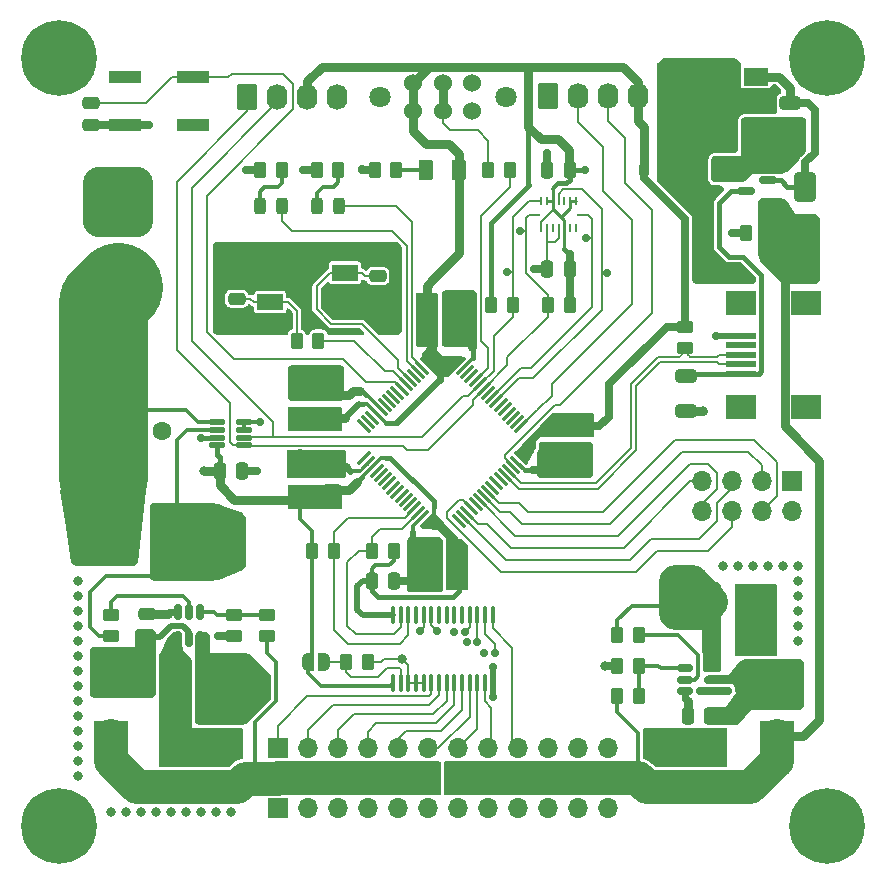
<source format=gbr>
%TF.GenerationSoftware,KiCad,Pcbnew,7.0.5*%
%TF.CreationDate,2023-12-13T15:43:58+01:00*%
%TF.ProjectId,Hexapod UGV v1.0,48657861-706f-4642-9055-47562076312e,rev?*%
%TF.SameCoordinates,Original*%
%TF.FileFunction,Copper,L1,Top*%
%TF.FilePolarity,Positive*%
%FSLAX46Y46*%
G04 Gerber Fmt 4.6, Leading zero omitted, Abs format (unit mm)*
G04 Created by KiCad (PCBNEW 7.0.5) date 2023-12-13 15:43:58*
%MOMM*%
%LPD*%
G01*
G04 APERTURE LIST*
G04 Aperture macros list*
%AMRoundRect*
0 Rectangle with rounded corners*
0 $1 Rounding radius*
0 $2 $3 $4 $5 $6 $7 $8 $9 X,Y pos of 4 corners*
0 Add a 4 corners polygon primitive as box body*
4,1,4,$2,$3,$4,$5,$6,$7,$8,$9,$2,$3,0*
0 Add four circle primitives for the rounded corners*
1,1,$1+$1,$2,$3*
1,1,$1+$1,$4,$5*
1,1,$1+$1,$6,$7*
1,1,$1+$1,$8,$9*
0 Add four rect primitives between the rounded corners*
20,1,$1+$1,$2,$3,$4,$5,0*
20,1,$1+$1,$4,$5,$6,$7,0*
20,1,$1+$1,$6,$7,$8,$9,0*
20,1,$1+$1,$8,$9,$2,$3,0*%
%AMFreePoly0*
4,1,19,0.500000,-0.750000,0.000000,-0.750000,0.000000,-0.744911,-0.071157,-0.744911,-0.207708,-0.704816,-0.327430,-0.627875,-0.420627,-0.520320,-0.479746,-0.390866,-0.500000,-0.250000,-0.500000,0.250000,-0.479746,0.390866,-0.420627,0.520320,-0.327430,0.627875,-0.207708,0.704816,-0.071157,0.744911,0.000000,0.744911,0.000000,0.750000,0.500000,0.750000,0.500000,-0.750000,0.500000,-0.750000,
$1*%
%AMFreePoly1*
4,1,19,0.000000,0.744911,0.071157,0.744911,0.207708,0.704816,0.327430,0.627875,0.420627,0.520320,0.479746,0.390866,0.500000,0.250000,0.500000,-0.250000,0.479746,-0.390866,0.420627,-0.520320,0.327430,-0.627875,0.207708,-0.704816,0.071157,-0.744911,0.000000,-0.744911,0.000000,-0.750000,-0.500000,-0.750000,-0.500000,0.750000,0.000000,0.750000,0.000000,0.744911,0.000000,0.744911,
$1*%
G04 Aperture macros list end*
%TA.AperFunction,SMDPad,CuDef*%
%ADD10R,0.250000X0.675000*%
%TD*%
%TA.AperFunction,SMDPad,CuDef*%
%ADD11R,0.675000X0.250000*%
%TD*%
%TA.AperFunction,SMDPad,CuDef*%
%ADD12RoundRect,0.125000X-0.537500X-0.125000X0.537500X-0.125000X0.537500X0.125000X-0.537500X0.125000X0*%
%TD*%
%TA.AperFunction,ComponentPad*%
%ADD13C,3.600000*%
%TD*%
%TA.AperFunction,ConnectorPad*%
%ADD14C,6.400000*%
%TD*%
%TA.AperFunction,SMDPad,CuDef*%
%ADD15RoundRect,0.250000X1.100000X-0.325000X1.100000X0.325000X-1.100000X0.325000X-1.100000X-0.325000X0*%
%TD*%
%TA.AperFunction,SMDPad,CuDef*%
%ADD16R,2.500000X0.500000*%
%TD*%
%TA.AperFunction,SMDPad,CuDef*%
%ADD17R,2.500000X2.000000*%
%TD*%
%TA.AperFunction,SMDPad,CuDef*%
%ADD18RoundRect,0.250000X-0.262500X-0.450000X0.262500X-0.450000X0.262500X0.450000X-0.262500X0.450000X0*%
%TD*%
%TA.AperFunction,SMDPad,CuDef*%
%ADD19RoundRect,0.150000X0.587500X0.150000X-0.587500X0.150000X-0.587500X-0.150000X0.587500X-0.150000X0*%
%TD*%
%TA.AperFunction,SMDPad,CuDef*%
%ADD20RoundRect,0.250000X-0.375000X-0.625000X0.375000X-0.625000X0.375000X0.625000X-0.375000X0.625000X0*%
%TD*%
%TA.AperFunction,SMDPad,CuDef*%
%ADD21RoundRect,0.250000X-0.475000X0.250000X-0.475000X-0.250000X0.475000X-0.250000X0.475000X0.250000X0*%
%TD*%
%TA.AperFunction,SMDPad,CuDef*%
%ADD22RoundRect,0.250000X0.325000X0.650000X-0.325000X0.650000X-0.325000X-0.650000X0.325000X-0.650000X0*%
%TD*%
%TA.AperFunction,SMDPad,CuDef*%
%ADD23RoundRect,0.150000X0.150000X-0.512500X0.150000X0.512500X-0.150000X0.512500X-0.150000X-0.512500X0*%
%TD*%
%TA.AperFunction,SMDPad,CuDef*%
%ADD24RoundRect,0.250000X-0.650000X0.325000X-0.650000X-0.325000X0.650000X-0.325000X0.650000X0.325000X0*%
%TD*%
%TA.AperFunction,SMDPad,CuDef*%
%ADD25RoundRect,0.250000X-0.250000X-0.475000X0.250000X-0.475000X0.250000X0.475000X-0.250000X0.475000X0*%
%TD*%
%TA.AperFunction,ComponentPad*%
%ADD26R,1.700000X1.700000*%
%TD*%
%TA.AperFunction,ComponentPad*%
%ADD27O,1.700000X1.700000*%
%TD*%
%TA.AperFunction,SMDPad,CuDef*%
%ADD28FreePoly0,180.000000*%
%TD*%
%TA.AperFunction,SMDPad,CuDef*%
%ADD29FreePoly1,180.000000*%
%TD*%
%TA.AperFunction,ComponentPad*%
%ADD30RoundRect,0.250000X-0.620000X-0.845000X0.620000X-0.845000X0.620000X0.845000X-0.620000X0.845000X0*%
%TD*%
%TA.AperFunction,ComponentPad*%
%ADD31O,1.740000X2.190000*%
%TD*%
%TA.AperFunction,SMDPad,CuDef*%
%ADD32RoundRect,0.250000X0.262500X0.450000X-0.262500X0.450000X-0.262500X-0.450000X0.262500X-0.450000X0*%
%TD*%
%TA.AperFunction,SMDPad,CuDef*%
%ADD33RoundRect,0.250000X0.475000X-0.250000X0.475000X0.250000X-0.475000X0.250000X-0.475000X-0.250000X0*%
%TD*%
%TA.AperFunction,SMDPad,CuDef*%
%ADD34RoundRect,0.250000X-0.425000X0.450000X-0.425000X-0.450000X0.425000X-0.450000X0.425000X0.450000X0*%
%TD*%
%TA.AperFunction,SMDPad,CuDef*%
%ADD35R,3.000000X2.500000*%
%TD*%
%TA.AperFunction,SMDPad,CuDef*%
%ADD36RoundRect,0.250000X-0.362500X-1.425000X0.362500X-1.425000X0.362500X1.425000X-0.362500X1.425000X0*%
%TD*%
%TA.AperFunction,SMDPad,CuDef*%
%ADD37RoundRect,0.075000X-0.548008X0.441942X0.441942X-0.548008X0.548008X-0.441942X-0.441942X0.548008X0*%
%TD*%
%TA.AperFunction,SMDPad,CuDef*%
%ADD38RoundRect,0.075000X-0.548008X-0.441942X-0.441942X-0.548008X0.548008X0.441942X0.441942X0.548008X0*%
%TD*%
%TA.AperFunction,WasherPad*%
%ADD39C,1.800000*%
%TD*%
%TA.AperFunction,ComponentPad*%
%ADD40C,1.524000*%
%TD*%
%TA.AperFunction,SMDPad,CuDef*%
%ADD41RoundRect,0.250000X-0.450000X0.262500X-0.450000X-0.262500X0.450000X-0.262500X0.450000X0.262500X0*%
%TD*%
%TA.AperFunction,SMDPad,CuDef*%
%ADD42RoundRect,0.250000X0.250000X0.475000X-0.250000X0.475000X-0.250000X-0.475000X0.250000X-0.475000X0*%
%TD*%
%TA.AperFunction,SMDPad,CuDef*%
%ADD43RoundRect,0.243750X-0.243750X-0.456250X0.243750X-0.456250X0.243750X0.456250X-0.243750X0.456250X0*%
%TD*%
%TA.AperFunction,SMDPad,CuDef*%
%ADD44R,2.000000X1.500000*%
%TD*%
%TA.AperFunction,SMDPad,CuDef*%
%ADD45R,2.000000X3.800000*%
%TD*%
%TA.AperFunction,ComponentPad*%
%ADD46RoundRect,1.500000X-1.500000X1.500000X-1.500000X-1.500000X1.500000X-1.500000X1.500000X1.500000X0*%
%TD*%
%TA.AperFunction,ComponentPad*%
%ADD47C,6.000000*%
%TD*%
%TA.AperFunction,SMDPad,CuDef*%
%ADD48RoundRect,0.150000X0.512500X0.150000X-0.512500X0.150000X-0.512500X-0.150000X0.512500X-0.150000X0*%
%TD*%
%TA.AperFunction,SMDPad,CuDef*%
%ADD49RoundRect,0.250000X0.325000X1.100000X-0.325000X1.100000X-0.325000X-1.100000X0.325000X-1.100000X0*%
%TD*%
%TA.AperFunction,SMDPad,CuDef*%
%ADD50RoundRect,0.250000X0.450000X-0.262500X0.450000X0.262500X-0.450000X0.262500X-0.450000X-0.262500X0*%
%TD*%
%TA.AperFunction,SMDPad,CuDef*%
%ADD51RoundRect,0.250000X0.425000X-0.450000X0.425000X0.450000X-0.425000X0.450000X-0.425000X-0.450000X0*%
%TD*%
%TA.AperFunction,SMDPad,CuDef*%
%ADD52RoundRect,0.250000X-0.325000X-1.100000X0.325000X-1.100000X0.325000X1.100000X-0.325000X1.100000X0*%
%TD*%
%TA.AperFunction,SMDPad,CuDef*%
%ADD53R,2.750000X1.000000*%
%TD*%
%TA.AperFunction,SMDPad,CuDef*%
%ADD54RoundRect,0.250000X-0.650000X1.000000X-0.650000X-1.000000X0.650000X-1.000000X0.650000X1.000000X0*%
%TD*%
%TA.AperFunction,SMDPad,CuDef*%
%ADD55RoundRect,0.250000X0.450000X0.425000X-0.450000X0.425000X-0.450000X-0.425000X0.450000X-0.425000X0*%
%TD*%
%TA.AperFunction,SMDPad,CuDef*%
%ADD56RoundRect,0.250000X-0.450000X-0.425000X0.450000X-0.425000X0.450000X0.425000X-0.450000X0.425000X0*%
%TD*%
%TA.AperFunction,ComponentPad*%
%ADD57C,1.600000*%
%TD*%
%TA.AperFunction,SMDPad,CuDef*%
%ADD58RoundRect,0.100000X0.100000X-0.637500X0.100000X0.637500X-0.100000X0.637500X-0.100000X-0.637500X0*%
%TD*%
%TA.AperFunction,SMDPad,CuDef*%
%ADD59RoundRect,0.250000X-0.325000X-0.650000X0.325000X-0.650000X0.325000X0.650000X-0.325000X0.650000X0*%
%TD*%
%TA.AperFunction,SMDPad,CuDef*%
%ADD60R,2.200000X1.400000*%
%TD*%
%TA.AperFunction,SMDPad,CuDef*%
%ADD61RoundRect,0.218750X0.218750X0.256250X-0.218750X0.256250X-0.218750X-0.256250X0.218750X-0.256250X0*%
%TD*%
%TA.AperFunction,ViaPad*%
%ADD62C,0.700000*%
%TD*%
%TA.AperFunction,ViaPad*%
%ADD63C,0.800000*%
%TD*%
%TA.AperFunction,Conductor*%
%ADD64C,0.200000*%
%TD*%
%TA.AperFunction,Conductor*%
%ADD65C,0.500000*%
%TD*%
%TA.AperFunction,Conductor*%
%ADD66C,0.700000*%
%TD*%
%TA.AperFunction,Conductor*%
%ADD67C,0.300000*%
%TD*%
%TA.AperFunction,Conductor*%
%ADD68C,0.400000*%
%TD*%
%TA.AperFunction,Conductor*%
%ADD69C,0.800000*%
%TD*%
%TA.AperFunction,Conductor*%
%ADD70C,0.250000*%
%TD*%
%TA.AperFunction,Conductor*%
%ADD71C,0.600000*%
%TD*%
%TA.AperFunction,Conductor*%
%ADD72C,2.900000*%
%TD*%
%TA.AperFunction,Conductor*%
%ADD73C,7.500000*%
%TD*%
G04 APERTURE END LIST*
D10*
%TO.P,IC1,1,INT2*%
%TO.N,unconnected-(IC1-INT2-Pad1)*%
X143806000Y-79397000D03*
%TO.P,IC1,2,NC*%
%TO.N,unconnected-(IC1-NC-Pad2)*%
X143306000Y-79397000D03*
%TO.P,IC1,3,VDD*%
%TO.N,+3V3*%
X142806000Y-79397000D03*
%TO.P,IC1,4,GNDA*%
%TO.N,GND*%
X142306000Y-79397000D03*
%TO.P,IC1,5,CSB2*%
%TO.N,unconnected-(IC1-CSB2-Pad5)*%
X141806000Y-79397000D03*
%TO.P,IC1,6,GNDIO*%
%TO.N,GND*%
X141306000Y-79397000D03*
%TO.P,IC1,7,PS*%
%TO.N,+3V3*%
X140806000Y-79397000D03*
D11*
%TO.P,IC1,8,SCL/SCK*%
%TO.N,I2C_1_SCL*%
X140391000Y-78232000D03*
D10*
%TO.P,IC1,9,SDA/SDI*%
%TO.N,I2C_1_SDA*%
X140806000Y-77067000D03*
%TO.P,IC1,10,SDO2*%
%TO.N,+3V3*%
X141306000Y-77067000D03*
%TO.P,IC1,11,VDDIO*%
X141806000Y-77067000D03*
%TO.P,IC1,12,INT3*%
%TO.N,INT_GYR*%
X142306000Y-77067000D03*
%TO.P,IC1,13,INT4*%
%TO.N,unconnected-(IC1-INT4-Pad13)*%
X142806000Y-77067000D03*
%TO.P,IC1,14,CSB1*%
%TO.N,+3V3*%
X143306000Y-77067000D03*
%TO.P,IC1,15,SDO1*%
X143806000Y-77067000D03*
D11*
%TO.P,IC1,16,INT1*%
%TO.N,INT_ACC*%
X144221000Y-78232000D03*
%TD*%
D12*
%TO.P,U6,1,IN+*%
%TO.N,VIN+*%
X113416500Y-95799000D03*
%TO.P,U6,2,IN-*%
%TO.N,VIN-*%
X113416500Y-96449000D03*
%TO.P,U6,3,GND*%
%TO.N,GND*%
X113416500Y-97099000D03*
%TO.P,U6,4,VS*%
%TO.N,+3V3*%
X113416500Y-97749000D03*
%TO.P,U6,5,SCL*%
%TO.N,I2C_1_SCL*%
X115691500Y-97749000D03*
%TO.P,U6,6,SDA*%
%TO.N,I2C_1_SDA*%
X115691500Y-97099000D03*
%TO.P,U6,7,A0*%
%TO.N,GND*%
X115691500Y-96449000D03*
%TO.P,U6,8,A1*%
X115691500Y-95799000D03*
%TD*%
D13*
%TO.P,H2,1,1*%
%TO.N,unconnected-(H2-Pad1)*%
X100000000Y-130000000D03*
D14*
X100000000Y-130000000D03*
%TD*%
D15*
%TO.P,C21,1*%
%TO.N,+5VL*%
X113792000Y-126697000D03*
%TO.P,C21,2*%
%TO.N,GND*%
X113792000Y-123747000D03*
%TD*%
D16*
%TO.P,J4,1,VBUS*%
%TO.N,VBUS*%
X157792000Y-91688000D03*
%TO.P,J4,2,D-*%
%TO.N,/MCU /USB_D-*%
X157792000Y-90888000D03*
%TO.P,J4,3,D+*%
%TO.N,/MCU /USB_D+*%
X157792000Y-90088000D03*
%TO.P,J4,4,ID*%
%TO.N,unconnected-(J4-ID-Pad4)*%
X157792000Y-89288000D03*
%TO.P,J4,5,GND*%
%TO.N,GND*%
X157792000Y-88488000D03*
D17*
%TO.P,J4,6,Shield*%
%TO.N,unconnected-(J4-Shield-Pad6)*%
X157792000Y-94488000D03*
X163292000Y-94488000D03*
X157792000Y-85688000D03*
X163292000Y-85688000D03*
%TD*%
D18*
%TO.P,R9,1*%
%TO.N,+3V3*%
X121466600Y-106680000D03*
%TO.P,R9,2*%
%TO.N,I2C_2_SCL*%
X123291600Y-106680000D03*
%TD*%
D19*
%TO.P,Q1,1,G*%
%TO.N,+5VP*%
X160020000Y-77211000D03*
%TO.P,Q1,2,S*%
%TO.N,Net-(D4-K)*%
X160020000Y-75311000D03*
%TO.P,Q1,3,D*%
%TO.N,VBUS*%
X158145000Y-76261000D03*
%TD*%
D18*
%TO.P,R2,1*%
%TO.N,Net-(C3-Pad1)*%
X120143500Y-88900000D03*
%TO.P,R2,2*%
%TO.N,/MCU /RCC_OSC_OUT*%
X121968500Y-88900000D03*
%TD*%
D20*
%TO.P,D3,1,K*%
%TO.N,Net-(D3-K)*%
X131100000Y-74422000D03*
%TO.P,D3,2,A*%
%TO.N,+3V3*%
X133900000Y-74422000D03*
%TD*%
D13*
%TO.P,H4,1,1*%
%TO.N,unconnected-(H4-Pad1)*%
X165000000Y-130000000D03*
D14*
X165000000Y-130000000D03*
%TD*%
D21*
%TO.P,C20,1*%
%TO.N,Net-(U4-VBST)*%
X107442000Y-112080000D03*
%TO.P,C20,2*%
%TO.N,/Power/SW1*%
X107442000Y-113980000D03*
%TD*%
D22*
%TO.P,C18,1*%
%TO.N,VIN-*%
X113489000Y-116840000D03*
%TO.P,C18,2*%
%TO.N,GND*%
X110539000Y-116840000D03*
%TD*%
D23*
%TO.P,U4,1,GND*%
%TO.N,GND*%
X110048000Y-114167500D03*
%TO.P,U4,2,SW*%
%TO.N,/Power/SW1*%
X110998000Y-114167500D03*
%TO.P,U4,3,VIN*%
%TO.N,VIN-*%
X111948000Y-114167500D03*
%TO.P,U4,4,VFB*%
%TO.N,Net-(U4-VFB)*%
X111948000Y-111892500D03*
%TO.P,U4,5,EN*%
%TO.N,Net-(U4-EN)*%
X110998000Y-111892500D03*
%TO.P,U4,6,VBST*%
%TO.N,Net-(U4-VBST)*%
X110048000Y-111892500D03*
%TD*%
D18*
%TO.P,R6,1*%
%TO.N,+3V3*%
X136605000Y-85852000D03*
%TO.P,R6,2*%
%TO.N,I2C_1_SDA*%
X138430000Y-85852000D03*
%TD*%
D24*
%TO.P,C16,1*%
%TO.N,Net-(D4-K)*%
X161925000Y-68805000D03*
%TO.P,C16,2*%
%TO.N,GND*%
X161925000Y-71755000D03*
%TD*%
D25*
%TO.P,C30,1*%
%TO.N,GND*%
X141356000Y-82804000D03*
%TO.P,C30,2*%
%TO.N,+3V3*%
X143256000Y-82804000D03*
%TD*%
D26*
%TO.P,PWR1,1,Pin_1*%
%TO.N,GND*%
X118530000Y-128500000D03*
D27*
%TO.P,PWR1,2,Pin_2*%
%TO.N,+5VL*%
X118530000Y-125960000D03*
%TO.P,PWR1,3,Pin_3*%
%TO.N,GND*%
X121070000Y-128500000D03*
%TO.P,PWR1,4,Pin_4*%
%TO.N,+5VL*%
X121070000Y-125960000D03*
%TO.P,PWR1,5,Pin_5*%
%TO.N,GND*%
X123610000Y-128500000D03*
%TO.P,PWR1,6,Pin_6*%
%TO.N,+5VL*%
X123610000Y-125960000D03*
%TO.P,PWR1,7,Pin_7*%
%TO.N,GND*%
X126150000Y-128500000D03*
%TO.P,PWR1,8,Pin_8*%
%TO.N,+5VL*%
X126150000Y-125960000D03*
%TO.P,PWR1,9,Pin_9*%
%TO.N,GND*%
X128690000Y-128500000D03*
%TO.P,PWR1,10,Pin_10*%
%TO.N,+5VL*%
X128690000Y-125960000D03*
%TO.P,PWR1,11,Pin_11*%
%TO.N,GND*%
X131230000Y-128500000D03*
%TO.P,PWR1,12,Pin_12*%
%TO.N,+5VL*%
X131230000Y-125960000D03*
%TO.P,PWR1,13,Pin_13*%
%TO.N,GND*%
X133770000Y-128500000D03*
%TO.P,PWR1,14,Pin_14*%
%TO.N,+5VP*%
X133770000Y-125960000D03*
%TO.P,PWR1,15,Pin_15*%
%TO.N,GND*%
X136310000Y-128500000D03*
%TO.P,PWR1,16,Pin_16*%
%TO.N,+5VP*%
X136310000Y-125960000D03*
%TO.P,PWR1,17,Pin_17*%
%TO.N,GND*%
X138850000Y-128500000D03*
%TO.P,PWR1,18,Pin_18*%
%TO.N,+5VP*%
X138850000Y-125960000D03*
%TO.P,PWR1,19,Pin_19*%
%TO.N,GND*%
X141390000Y-128500000D03*
%TO.P,PWR1,20,Pin_20*%
%TO.N,+5VP*%
X141390000Y-125960000D03*
%TO.P,PWR1,21,Pin_21*%
%TO.N,GND*%
X143930000Y-128500000D03*
%TO.P,PWR1,22,Pin_22*%
%TO.N,+5VP*%
X143930000Y-125960000D03*
%TO.P,PWR1,23,Pin_23*%
%TO.N,GND*%
X146470000Y-128500000D03*
%TO.P,PWR1,24,Pin_24*%
%TO.N,+5VP*%
X146470000Y-125960000D03*
%TD*%
D28*
%TO.P,JP1,1,A*%
%TO.N,Net-(JP1-A)*%
X122428000Y-116078000D03*
D29*
%TO.P,JP1,2,B*%
%TO.N,+3V3*%
X121128000Y-116078000D03*
%TD*%
D30*
%TO.P,J2,1,Pin_1*%
%TO.N,I2C_1_SCL*%
X115950000Y-68240000D03*
D31*
%TO.P,J2,2,Pin_2*%
%TO.N,I2C_1_SDA*%
X118490000Y-68240000D03*
%TO.P,J2,3,Pin_3*%
%TO.N,+3V3*%
X121030000Y-68240000D03*
%TO.P,J2,4,Pin_4*%
%TO.N,GND*%
X123570000Y-68240000D03*
%TD*%
D32*
%TO.P,R3,1*%
%TO.N,Net-(D1-K)*%
X123673000Y-74422000D03*
%TO.P,R3,2*%
%TO.N,GND*%
X121848000Y-74422000D03*
%TD*%
D33*
%TO.P,C3,1*%
%TO.N,Net-(C3-Pad1)*%
X115062000Y-85344000D03*
%TO.P,C3,2*%
%TO.N,GND*%
X115062000Y-83444000D03*
%TD*%
D30*
%TO.P,J3,1,Pin_1*%
%TO.N,GND*%
X141430000Y-68220000D03*
D31*
%TO.P,J3,2,Pin_2*%
%TO.N,SWCLK*%
X143970000Y-68220000D03*
%TO.P,J3,3,Pin_3*%
%TO.N,SWDIO*%
X146510000Y-68220000D03*
%TO.P,J3,4,Pin_4*%
%TO.N,+3V3*%
X149050000Y-68220000D03*
%TD*%
D34*
%TO.P,C10,1*%
%TO.N,+3V3*%
X144272000Y-96150000D03*
%TO.P,C10,2*%
%TO.N,GND*%
X144272000Y-98850000D03*
%TD*%
D26*
%TO.P,SIG1,1,Pin_1*%
%TO.N,PWM_0*%
X118530000Y-123420000D03*
D27*
%TO.P,SIG1,2,Pin_2*%
%TO.N,PWM_1*%
X121070000Y-123420000D03*
%TO.P,SIG1,3,Pin_3*%
%TO.N,PWM_2*%
X123610000Y-123420000D03*
%TO.P,SIG1,4,Pin_4*%
%TO.N,PWM_3*%
X126150000Y-123420000D03*
%TO.P,SIG1,5,Pin_5*%
%TO.N,PWM_4*%
X128690000Y-123420000D03*
%TO.P,SIG1,6,Pin_6*%
%TO.N,PWM_5*%
X131230000Y-123420000D03*
%TO.P,SIG1,7,Pin_7*%
%TO.N,PWM_6*%
X133770000Y-123420000D03*
%TO.P,SIG1,8,Pin_8*%
%TO.N,PWM_7*%
X136310000Y-123420000D03*
%TO.P,SIG1,9,Pin_9*%
%TO.N,PWM_8*%
X138850000Y-123420000D03*
%TO.P,SIG1,10,Pin_10*%
%TO.N,PWM_9*%
X141390000Y-123420000D03*
%TO.P,SIG1,11,Pin_11*%
%TO.N,PWM_10*%
X143930000Y-123420000D03*
%TO.P,SIG1,12,Pin_12*%
%TO.N,PWM_11*%
X146470000Y-123420000D03*
%TD*%
D35*
%TO.P,L2,1,1*%
%TO.N,/Power/SW2*%
X160782000Y-117438000D03*
%TO.P,L2,2,2*%
%TO.N,+5VP*%
X160782000Y-122338000D03*
%TD*%
D25*
%TO.P,C29,1*%
%TO.N,GND*%
X141356000Y-74422000D03*
%TO.P,C29,2*%
%TO.N,+3V3*%
X143256000Y-74422000D03*
%TD*%
D36*
%TO.P,R11,1*%
%TO.N,VIN+*%
X103666700Y-105841800D03*
%TO.P,R11,2*%
%TO.N,VIN-*%
X109591700Y-105841800D03*
%TD*%
D35*
%TO.P,L1,1,1*%
%TO.N,/Power/SW1*%
X104394000Y-117438000D03*
%TO.P,L1,2,2*%
%TO.N,+5VL*%
X104394000Y-122338000D03*
%TD*%
D37*
%TO.P,U2,1,VBAT*%
%TO.N,+3V3*%
X131138819Y-90835519D03*
%TO.P,U2,2,PC13*%
%TO.N,Net-(D1-A)*%
X130785266Y-91189072D03*
%TO.P,U2,3,PC14*%
%TO.N,Net-(D2-A)*%
X130431713Y-91542625D03*
%TO.P,U2,4,PC15*%
%TO.N,unconnected-(U2-PC15-Pad4)*%
X130078159Y-91896179D03*
%TO.P,U2,5,PD0*%
%TO.N,/MCU /RCC_OSC_IN*%
X129724606Y-92249732D03*
%TO.P,U2,6,PD1*%
%TO.N,/MCU /RCC_OSC_OUT*%
X129371052Y-92603286D03*
%TO.P,U2,7,NRST*%
%TO.N,NRST*%
X129017499Y-92956839D03*
%TO.P,U2,8,PC0*%
%TO.N,unconnected-(U2-PC0-Pad8)*%
X128663946Y-93310392D03*
%TO.P,U2,9,PC1*%
%TO.N,unconnected-(U2-PC1-Pad9)*%
X128310392Y-93663946D03*
%TO.P,U2,10,PC2*%
%TO.N,unconnected-(U2-PC2-Pad10)*%
X127956839Y-94017499D03*
%TO.P,U2,11,PC3*%
%TO.N,unconnected-(U2-PC3-Pad11)*%
X127603286Y-94371052D03*
%TO.P,U2,12,VSSA*%
%TO.N,GND*%
X127249732Y-94724606D03*
%TO.P,U2,13,VDDA*%
%TO.N,+3V3*%
X126896179Y-95078159D03*
%TO.P,U2,14,PA0*%
%TO.N,unconnected-(U2-PA0-Pad14)*%
X126542625Y-95431713D03*
%TO.P,U2,15,PA1*%
%TO.N,unconnected-(U2-PA1-Pad15)*%
X126189072Y-95785266D03*
%TO.P,U2,16,PA2*%
%TO.N,unconnected-(U2-PA2-Pad16)*%
X125835519Y-96138819D03*
D38*
%TO.P,U2,17,PA3*%
%TO.N,unconnected-(U2-PA3-Pad17)*%
X125835519Y-98861181D03*
%TO.P,U2,18,VSS*%
%TO.N,GND*%
X126189072Y-99214734D03*
%TO.P,U2,19,VDD*%
%TO.N,+3V3*%
X126542625Y-99568287D03*
%TO.P,U2,20,PA4*%
%TO.N,unconnected-(U2-PA4-Pad20)*%
X126896179Y-99921841D03*
%TO.P,U2,21,PA5*%
%TO.N,unconnected-(U2-PA5-Pad21)*%
X127249732Y-100275394D03*
%TO.P,U2,22,PA6*%
%TO.N,unconnected-(U2-PA6-Pad22)*%
X127603286Y-100628948D03*
%TO.P,U2,23,PA7*%
%TO.N,unconnected-(U2-PA7-Pad23)*%
X127956839Y-100982501D03*
%TO.P,U2,24,PC4*%
%TO.N,unconnected-(U2-PC4-Pad24)*%
X128310392Y-101336054D03*
%TO.P,U2,25,PC5*%
%TO.N,unconnected-(U2-PC5-Pad25)*%
X128663946Y-101689608D03*
%TO.P,U2,26,PB0*%
%TO.N,unconnected-(U2-PB0-Pad26)*%
X129017499Y-102043161D03*
%TO.P,U2,27,PB1*%
%TO.N,unconnected-(U2-PB1-Pad27)*%
X129371052Y-102396714D03*
%TO.P,U2,28,PB2*%
%TO.N,unconnected-(U2-PB2-Pad28)*%
X129724606Y-102750268D03*
%TO.P,U2,29,PB10*%
%TO.N,I2C_2_SCL*%
X130078159Y-103103821D03*
%TO.P,U2,30,PB11*%
%TO.N,I2C_2_SDA*%
X130431713Y-103457375D03*
%TO.P,U2,31,VSS*%
%TO.N,GND*%
X130785266Y-103810928D03*
%TO.P,U2,32,VDD*%
%TO.N,+3V3*%
X131138819Y-104164481D03*
D37*
%TO.P,U2,33,PB12*%
%TO.N,unconnected-(U2-PB12-Pad33)*%
X133861181Y-104164481D03*
%TO.P,U2,34,PB13*%
%TO.N,SPI2_SCK*%
X134214734Y-103810928D03*
%TO.P,U2,35,PB14*%
%TO.N,SPI2_MISO*%
X134568287Y-103457375D03*
%TO.P,U2,36,PB15*%
%TO.N,SPI2_MOSI*%
X134921841Y-103103821D03*
%TO.P,U2,37,PC6*%
%TO.N,unconnected-(U2-PC6-Pad37)*%
X135275394Y-102750268D03*
%TO.P,U2,38,PC7*%
%TO.N,IRQ*%
X135628948Y-102396714D03*
%TO.P,U2,39,PC8*%
%TO.N,CE*%
X135982501Y-102043161D03*
%TO.P,U2,40,PC9*%
%TO.N,CSN*%
X136336054Y-101689608D03*
%TO.P,U2,41,PA8*%
%TO.N,unconnected-(U2-PA8-Pad41)*%
X136689608Y-101336054D03*
%TO.P,U2,42,PA9*%
%TO.N,unconnected-(U2-PA9-Pad42)*%
X137043161Y-100982501D03*
%TO.P,U2,43,PA10*%
%TO.N,unconnected-(U2-PA10-Pad43)*%
X137396714Y-100628948D03*
%TO.P,U2,44,PA11*%
%TO.N,/MCU /USB_D-*%
X137750268Y-100275394D03*
%TO.P,U2,45,PA12*%
%TO.N,/MCU /USB_D+*%
X138103821Y-99921841D03*
%TO.P,U2,46,PA13*%
%TO.N,SWDIO*%
X138457375Y-99568287D03*
%TO.P,U2,47,VSS*%
%TO.N,GND*%
X138810928Y-99214734D03*
%TO.P,U2,48,VDD*%
%TO.N,+3V3*%
X139164481Y-98861181D03*
D38*
%TO.P,U2,49,PA14*%
%TO.N,SWCLK*%
X139164481Y-96138819D03*
%TO.P,U2,50,PA15*%
%TO.N,unconnected-(U2-PA15-Pad50)*%
X138810928Y-95785266D03*
%TO.P,U2,51,PC10*%
%TO.N,unconnected-(U2-PC10-Pad51)*%
X138457375Y-95431713D03*
%TO.P,U2,52,PC11*%
%TO.N,unconnected-(U2-PC11-Pad52)*%
X138103821Y-95078159D03*
%TO.P,U2,53,PC12*%
%TO.N,unconnected-(U2-PC12-Pad53)*%
X137750268Y-94724606D03*
%TO.P,U2,54,PD2*%
%TO.N,unconnected-(U2-PD2-Pad54)*%
X137396714Y-94371052D03*
%TO.P,U2,55,PB3*%
%TO.N,INT_GYR*%
X137043161Y-94017499D03*
%TO.P,U2,56,PB4*%
%TO.N,INT_ACC*%
X136689608Y-93663946D03*
%TO.P,U2,57,PB5*%
%TO.N,unconnected-(U2-PB5-Pad57)*%
X136336054Y-93310392D03*
%TO.P,U2,58,PB6*%
%TO.N,I2C_1_SCL*%
X135982501Y-92956839D03*
%TO.P,U2,59,PB7*%
%TO.N,I2C_1_SDA*%
X135628948Y-92603286D03*
%TO.P,U2,60,BOOT0*%
%TO.N,BOOT0*%
X135275394Y-92249732D03*
%TO.P,U2,61,PB8*%
%TO.N,unconnected-(U2-PB8-Pad61)*%
X134921841Y-91896179D03*
%TO.P,U2,62,PB9*%
%TO.N,unconnected-(U2-PB9-Pad62)*%
X134568287Y-91542625D03*
%TO.P,U2,63,VSS*%
%TO.N,GND*%
X134214734Y-91189072D03*
%TO.P,U2,64,VDD*%
%TO.N,+3V3*%
X133861181Y-90835519D03*
%TD*%
D39*
%TO.P,SW2,*%
%TO.N,*%
X127150000Y-68250000D03*
X137850000Y-68250000D03*
D40*
%TO.P,SW2,1,A*%
%TO.N,+3V3*%
X130000000Y-67050000D03*
%TO.P,SW2,2,B*%
%TO.N,Net-(R1-Pad1)*%
X132500000Y-67050000D03*
%TO.P,SW2,3,C*%
%TO.N,GND*%
X135000000Y-67050000D03*
%TO.P,SW2,4,A*%
%TO.N,+3V3*%
X130000000Y-69450000D03*
%TO.P,SW2,5,B*%
%TO.N,Net-(R1-Pad1)*%
X132500000Y-69450000D03*
%TO.P,SW2,6,C*%
%TO.N,GND*%
X135000000Y-69450000D03*
%TD*%
D18*
%TO.P,R17,1*%
%TO.N,GND*%
X147273000Y-116408200D03*
%TO.P,R17,2*%
%TO.N,Net-(U5-VFB)*%
X149098000Y-116408200D03*
%TD*%
D41*
%TO.P,R14,1*%
%TO.N,Net-(U4-VFB)*%
X114808000Y-112117500D03*
%TO.P,R14,2*%
%TO.N,GND*%
X114808000Y-113942500D03*
%TD*%
D42*
%TO.P,C25,1*%
%TO.N,/Power/SW2*%
X155128000Y-120650000D03*
%TO.P,C25,2*%
%TO.N,Net-(U5-VBST)*%
X153228000Y-120650000D03*
%TD*%
D24*
%TO.P,C13,1*%
%TO.N,VBUS*%
X153060400Y-91870000D03*
%TO.P,C13,2*%
%TO.N,GND*%
X153060400Y-94820000D03*
%TD*%
D43*
%TO.P,D2,1,K*%
%TO.N,Net-(D2-K)*%
X116997000Y-77470000D03*
%TO.P,D2,2,A*%
%TO.N,Net-(D2-A)*%
X118872000Y-77470000D03*
%TD*%
D42*
%TO.P,C5,1*%
%TO.N,GND*%
X133450000Y-88392000D03*
%TO.P,C5,2*%
%TO.N,+3V3*%
X131550000Y-88392000D03*
%TD*%
D18*
%TO.P,A1,1*%
%TO.N,Net-(JP1-A)*%
X124309500Y-116078000D03*
%TO.P,A1,2*%
%TO.N,GND*%
X126134500Y-116078000D03*
%TD*%
%TO.P,R16,1*%
%TO.N,VIN-*%
X147273000Y-113792000D03*
%TO.P,R16,2*%
%TO.N,Net-(U5-EN)*%
X149098000Y-113792000D03*
%TD*%
D32*
%TO.P,R7,1*%
%TO.N,+3V3*%
X143256000Y-85852000D03*
%TO.P,R7,2*%
%TO.N,I2C_1_SCL*%
X141431000Y-85852000D03*
%TD*%
D25*
%TO.P,C8,1*%
%TO.N,GND*%
X131550000Y-106680000D03*
%TO.P,C8,2*%
%TO.N,+3V3*%
X133450000Y-106680000D03*
%TD*%
D13*
%TO.P,H3,1,1*%
%TO.N,unconnected-(H3-Pad1)*%
X165000000Y-65000000D03*
D14*
X165000000Y-65000000D03*
%TD*%
D32*
%TO.P,R10,1*%
%TO.N,Net-(D3-K)*%
X128571000Y-74422000D03*
%TO.P,R10,2*%
%TO.N,GND*%
X126746000Y-74422000D03*
%TD*%
D44*
%TO.P,U3,1,GND*%
%TO.N,GND*%
X159004000Y-71134000D03*
%TO.P,U3,2,VO*%
%TO.N,/Power/VO*%
X159004000Y-68834000D03*
D45*
X152704000Y-68834000D03*
D44*
%TO.P,U3,3,VI*%
%TO.N,Net-(D4-K)*%
X159004000Y-66534000D03*
%TD*%
D46*
%TO.P,J5,1,Pin_1*%
%TO.N,GND*%
X104978200Y-77172000D03*
D47*
%TO.P,J5,2,Pin_2*%
%TO.N,VIN+*%
X104978200Y-84372000D03*
%TD*%
D32*
%TO.P,R12,1*%
%TO.N,+5VP*%
X159994600Y-79756000D03*
%TO.P,R12,2*%
%TO.N,GND*%
X158169600Y-79756000D03*
%TD*%
D48*
%TO.P,U5,1,GND*%
%TO.N,GND*%
X155315501Y-118552000D03*
%TO.P,U5,2,SW*%
%TO.N,/Power/SW2*%
X155315501Y-117602000D03*
%TO.P,U5,3,VIN*%
%TO.N,VIN-*%
X155315501Y-116652000D03*
%TO.P,U5,4,VFB*%
%TO.N,Net-(U5-VFB)*%
X153040501Y-116652000D03*
%TO.P,U5,5,EN*%
%TO.N,Net-(U5-EN)*%
X153040501Y-117602000D03*
%TO.P,U5,6,VBST*%
%TO.N,Net-(U5-VBST)*%
X153040501Y-118552000D03*
%TD*%
D26*
%TO.P,J1,1,Pin_1*%
%TO.N,GND*%
X162052000Y-100818000D03*
D27*
%TO.P,J1,2,Pin_2*%
%TO.N,+3V3*%
X162052000Y-103358000D03*
%TO.P,J1,3,Pin_3*%
%TO.N,CE*%
X159512000Y-100818000D03*
%TO.P,J1,4,Pin_4*%
%TO.N,CSN*%
X159512000Y-103358000D03*
%TO.P,J1,5,Pin_5*%
%TO.N,SPI2_SCK*%
X156972000Y-100818000D03*
%TO.P,J1,6,Pin_6*%
%TO.N,SPI2_MOSI*%
X156972000Y-103358000D03*
%TO.P,J1,7,Pin_7*%
%TO.N,SPI2_MISO*%
X154432000Y-100818000D03*
%TO.P,J1,8,Pin_8*%
%TO.N,IRQ*%
X154432000Y-103358000D03*
%TD*%
D42*
%TO.P,C31,2*%
%TO.N,+3V3*%
X126471600Y-109220000D03*
%TO.P,C31,1*%
%TO.N,GND*%
X128371600Y-109220000D03*
%TD*%
D49*
%TO.P,C17,1*%
%TO.N,VIN-*%
X113489000Y-119888000D03*
%TO.P,C17,2*%
%TO.N,GND*%
X110539000Y-119888000D03*
%TD*%
D50*
%TO.P,R15,1*%
%TO.N,+5VL*%
X117602000Y-113942500D03*
%TO.P,R15,2*%
%TO.N,Net-(U4-VFB)*%
X117602000Y-112117500D03*
%TD*%
D51*
%TO.P,C11,1*%
%TO.N,+3V3*%
X120396000Y-95250000D03*
%TO.P,C11,2*%
%TO.N,GND*%
X120396000Y-92550000D03*
%TD*%
D52*
%TO.P,C23,1*%
%TO.N,VIN-*%
X155243000Y-110998000D03*
%TO.P,C23,2*%
%TO.N,GND*%
X158193000Y-110998000D03*
%TD*%
D18*
%TO.P,R18,1*%
%TO.N,+5VP*%
X147273000Y-118999000D03*
%TO.P,R18,2*%
%TO.N,Net-(U5-VFB)*%
X149098000Y-118999000D03*
%TD*%
D53*
%TO.P,SW1,1,1*%
%TO.N,unconnected-(SW1-Pad1)*%
X111333001Y-70612000D03*
%TO.P,SW1,2,2*%
%TO.N,GND*%
X105582999Y-70612000D03*
%TO.P,SW1,3,3*%
%TO.N,NRST*%
X111333001Y-66611998D03*
%TO.P,SW1,4,4*%
%TO.N,unconnected-(SW1-Pad4)*%
X105582999Y-66611998D03*
%TD*%
D54*
%TO.P,D4,1,K*%
%TO.N,Net-(D4-K)*%
X163195000Y-75851000D03*
%TO.P,D4,2,A*%
%TO.N,+5VP*%
X163195000Y-79851000D03*
%TD*%
D13*
%TO.P,H1,1,1*%
%TO.N,unconnected-(H1-Pad1)*%
X100000000Y-65000000D03*
D14*
X100000000Y-65000000D03*
%TD*%
D15*
%TO.P,C27,1*%
%TO.N,+5VP*%
X154940000Y-126697000D03*
%TO.P,C27,2*%
%TO.N,GND*%
X154940000Y-123747000D03*
%TD*%
D21*
%TO.P,C4,1*%
%TO.N,GND*%
X123139200Y-99634000D03*
%TO.P,C4,2*%
%TO.N,+3V3*%
X123139200Y-101534000D03*
%TD*%
D33*
%TO.P,C6,1*%
%TO.N,GND*%
X141732000Y-98450000D03*
%TO.P,C6,2*%
%TO.N,+3V3*%
X141732000Y-96550000D03*
%TD*%
D55*
%TO.P,C12,1*%
%TO.N,+3V3*%
X133850000Y-109220000D03*
%TO.P,C12,2*%
%TO.N,GND*%
X131150000Y-109220000D03*
%TD*%
D56*
%TO.P,C19,1*%
%TO.N,/Power/VO*%
X153510000Y-74422000D03*
%TO.P,C19,2*%
%TO.N,GND*%
X156210000Y-74422000D03*
%TD*%
D21*
%TO.P,C7,1*%
%TO.N,GND*%
X123063000Y-93512600D03*
%TO.P,C7,2*%
%TO.N,+3V3*%
X123063000Y-95412600D03*
%TD*%
D57*
%TO.P,C15,1*%
%TO.N,VIN+*%
X103697400Y-96545400D03*
%TO.P,C15,2*%
%TO.N,GND*%
X108697400Y-96545400D03*
%TD*%
D32*
%TO.P,R8,1*%
%TO.N,+3V3*%
X128334100Y-106680000D03*
%TO.P,R8,2*%
%TO.N,I2C_2_SDA*%
X126509100Y-106680000D03*
%TD*%
D58*
%TO.P,U7,1,A0*%
%TO.N,+3V3*%
X128275000Y-117856000D03*
%TO.P,U7,2,A1*%
%TO.N,Net-(JP1-A)*%
X128925000Y-117856000D03*
%TO.P,U7,3,A2*%
%TO.N,GND*%
X129575000Y-117856000D03*
%TO.P,U7,4,A3*%
X130225000Y-117856000D03*
%TO.P,U7,5,A4*%
X130875000Y-117856000D03*
%TO.P,U7,6,LED0*%
%TO.N,PWM_0*%
X131525000Y-117856000D03*
%TO.P,U7,7,LED1*%
%TO.N,PWM_1*%
X132175000Y-117856000D03*
%TO.P,U7,8,LED2*%
%TO.N,PWM_2*%
X132825000Y-117856000D03*
%TO.P,U7,9,LED3*%
%TO.N,PWM_3*%
X133475000Y-117856000D03*
%TO.P,U7,10,LED4*%
%TO.N,PWM_4*%
X134125000Y-117856000D03*
%TO.P,U7,11,LED5*%
%TO.N,PWM_5*%
X134775000Y-117856000D03*
%TO.P,U7,12,LED6*%
%TO.N,PWM_6*%
X135425000Y-117856000D03*
%TO.P,U7,13,LED7*%
%TO.N,PWM_7*%
X136075000Y-117856000D03*
%TO.P,U7,14,VSS*%
%TO.N,GND*%
X136725000Y-117856000D03*
%TO.P,U7,15,LED8*%
%TO.N,PWM_8*%
X136725000Y-112131000D03*
%TO.P,U7,16,LED9*%
%TO.N,PWM_9*%
X136075000Y-112131000D03*
%TO.P,U7,17,LED10*%
%TO.N,PWM_10*%
X135425000Y-112131000D03*
%TO.P,U7,18,LED11*%
%TO.N,PWM_11*%
X134775000Y-112131000D03*
%TO.P,U7,19,LED12*%
%TO.N,unconnected-(U7-LED12-Pad19)*%
X134125000Y-112131000D03*
%TO.P,U7,20,LED13*%
%TO.N,unconnected-(U7-LED13-Pad20)*%
X133475000Y-112131000D03*
%TO.P,U7,21,LED14*%
%TO.N,unconnected-(U7-LED14-Pad21)*%
X132825000Y-112131000D03*
%TO.P,U7,22,LED15*%
%TO.N,unconnected-(U7-LED15-Pad22)*%
X132175000Y-112131000D03*
%TO.P,U7,23,~{OE}*%
%TO.N,GND*%
X131525000Y-112131000D03*
%TO.P,U7,24,A5*%
X130875000Y-112131000D03*
%TO.P,U7,25,EXTCLK*%
%TO.N,unconnected-(U7-EXTCLK-Pad25)*%
X130225000Y-112131000D03*
%TO.P,U7,26,SCL*%
%TO.N,I2C_2_SCL*%
X129575000Y-112131000D03*
%TO.P,U7,27,SDA*%
%TO.N,I2C_2_SDA*%
X128925000Y-112131000D03*
%TO.P,U7,28,VDD*%
%TO.N,+3V3*%
X128275000Y-112131000D03*
%TD*%
D56*
%TO.P,C9,1*%
%TO.N,+3V3*%
X131150000Y-85852000D03*
%TO.P,C9,2*%
%TO.N,GND*%
X133850000Y-85852000D03*
%TD*%
D59*
%TO.P,C24,1*%
%TO.N,VIN-*%
X155243000Y-114300000D03*
%TO.P,C24,2*%
%TO.N,GND*%
X158193000Y-114300000D03*
%TD*%
D18*
%TO.P,R1,1*%
%TO.N,Net-(R1-Pad1)*%
X136351000Y-74422000D03*
%TO.P,R1,2*%
%TO.N,BOOT0*%
X138176000Y-74422000D03*
%TD*%
D33*
%TO.P,C1,1*%
%TO.N,GND*%
X102743000Y-70673000D03*
%TO.P,C1,2*%
%TO.N,NRST*%
X102743000Y-68773000D03*
%TD*%
D41*
%TO.P,R13,1*%
%TO.N,Net-(U4-EN)*%
X104394000Y-112117500D03*
%TO.P,R13,2*%
%TO.N,VIN-*%
X104394000Y-113942500D03*
%TD*%
D32*
%TO.P,R4,1*%
%TO.N,Net-(D2-K)*%
X118872000Y-74422000D03*
%TO.P,R4,2*%
%TO.N,GND*%
X117047000Y-74422000D03*
%TD*%
D43*
%TO.P,D1,1,K*%
%TO.N,Net-(D1-K)*%
X121823000Y-77470000D03*
%TO.P,D1,2,A*%
%TO.N,Net-(D1-A)*%
X123698000Y-77470000D03*
%TD*%
D33*
%TO.P,C2,1*%
%TO.N,GND*%
X127000000Y-85344000D03*
%TO.P,C2,2*%
%TO.N,/MCU /RCC_OSC_IN*%
X127000000Y-83444000D03*
%TD*%
D42*
%TO.P,C28,1*%
%TO.N,GND*%
X115504000Y-99948500D03*
%TO.P,C28,2*%
%TO.N,+3V3*%
X113604000Y-99948500D03*
%TD*%
D51*
%TO.P,C14,1*%
%TO.N,+3V3*%
X120396000Y-102416600D03*
%TO.P,C14,2*%
%TO.N,GND*%
X120396000Y-99716600D03*
%TD*%
D41*
%TO.P,R5,1*%
%TO.N,+3V3*%
X153035000Y-87708100D03*
%TO.P,R5,2*%
%TO.N,/MCU /USB_D+*%
X153035000Y-89533100D03*
%TD*%
D15*
%TO.P,C26,1*%
%TO.N,+5VP*%
X151384000Y-126697000D03*
%TO.P,C26,2*%
%TO.N,GND*%
X151384000Y-123747000D03*
%TD*%
D60*
%TO.P,Y1,1,1*%
%TO.N,/MCU /RCC_OSC_IN*%
X124206000Y-83144000D03*
%TO.P,Y1,2,2*%
%TO.N,GND*%
X117906000Y-83144000D03*
%TO.P,Y1,3,3*%
%TO.N,Net-(C3-Pad1)*%
X117906000Y-85644000D03*
%TO.P,Y1,4,4*%
%TO.N,GND*%
X124206000Y-85644000D03*
%TD*%
D15*
%TO.P,C22,1*%
%TO.N,+5VL*%
X110236000Y-126697000D03*
%TO.P,C22,2*%
%TO.N,GND*%
X110236000Y-123747000D03*
%TD*%
D61*
%TO.P,FB1,1*%
%TO.N,/Power/VO*%
X151155500Y-74422000D03*
%TO.P,FB1,2*%
%TO.N,+3V3*%
X149580500Y-74422000D03*
%TD*%
D62*
%TO.N,GND*%
X136728200Y-119075200D03*
X136728200Y-116509800D03*
X115038000Y-87826000D03*
X121843800Y-98501200D03*
X161750000Y-74000000D03*
D63*
X111990000Y-122301000D03*
D62*
X159250000Y-73000000D03*
X128538000Y-84426000D03*
D63*
X108990000Y-115704000D03*
D62*
X122538000Y-81026000D03*
D63*
X113283999Y-128778000D03*
D62*
X123190000Y-98552000D03*
D63*
X158750000Y-107950000D03*
D62*
X121038000Y-81026000D03*
X116738400Y-99949000D03*
D63*
X154487000Y-122301000D03*
D62*
X134525505Y-114452400D03*
D63*
X154559000Y-94820000D03*
D62*
X144169200Y-100104400D03*
X125538000Y-81026000D03*
D63*
X110490000Y-122301000D03*
X101600000Y-124460000D03*
D62*
X115038000Y-81026000D03*
D63*
X157480000Y-107950000D03*
D62*
X119538000Y-81026000D03*
D63*
X162560000Y-111760000D03*
X108990000Y-118304000D03*
X101600000Y-125730000D03*
X106934000Y-128778000D03*
X101600000Y-114300000D03*
X101600000Y-118110000D03*
X160020000Y-107950000D03*
D62*
X154254200Y-118541800D03*
X158250000Y-74000000D03*
X120650000Y-74422000D03*
X121750000Y-91649600D03*
X141356000Y-73020000D03*
D63*
X112014000Y-128778000D03*
D62*
X113487200Y-113944400D03*
X113538000Y-81026000D03*
X128538000Y-81026000D03*
X115038000Y-82169000D03*
D63*
X151487000Y-122301000D03*
X101600000Y-113030000D03*
X155987000Y-122301000D03*
X113490000Y-122301000D03*
D62*
X127038000Y-86741000D03*
X107619800Y-70612000D03*
X113538000Y-84426000D03*
X128538000Y-86126000D03*
D63*
X162560000Y-110490000D03*
D62*
X156657000Y-118552000D03*
D63*
X160020000Y-111736000D03*
X162560000Y-107950000D03*
X101600000Y-123190000D03*
D62*
X116538000Y-87826000D03*
D63*
X101600000Y-110490000D03*
X162560000Y-109220000D03*
X114554000Y-128778000D03*
X108204000Y-128778000D03*
X160020000Y-113236000D03*
D62*
X140258800Y-82804000D03*
X127038000Y-81026000D03*
D63*
X101600000Y-111760000D03*
X101600000Y-119380000D03*
D62*
X134546800Y-88270001D03*
D63*
X160020000Y-114736000D03*
X105664000Y-128778000D03*
X101600000Y-120650000D03*
X156210000Y-107950000D03*
D62*
X118038000Y-87826000D03*
X132029200Y-113487200D03*
D63*
X146202400Y-116408200D03*
D62*
X160500000Y-73000000D03*
X112049600Y-97148500D03*
X124038000Y-81026000D03*
X120396000Y-98449900D03*
D63*
X162560000Y-114300000D03*
X108990000Y-120904000D03*
X161290000Y-107950000D03*
D62*
X115874800Y-74422000D03*
X129997200Y-107151500D03*
X113538000Y-86126000D03*
D63*
X162560000Y-113030000D03*
X109474001Y-128778000D03*
D62*
X158250000Y-73000000D03*
X117002600Y-95782900D03*
D63*
X149987000Y-122301000D03*
X129032000Y-115824000D03*
D62*
X125628400Y-74396600D03*
D63*
X108990000Y-117004000D03*
X104394000Y-128778000D03*
D62*
X142899200Y-99850400D03*
X113538000Y-87826000D03*
D63*
X101600000Y-115570000D03*
X114990000Y-122301000D03*
D62*
X127038000Y-87826000D03*
D63*
X160020000Y-110236000D03*
D62*
X116538000Y-81026000D03*
D63*
X152987000Y-122301000D03*
X101600000Y-109220000D03*
D62*
X128538000Y-87826000D03*
D63*
X101600000Y-116840000D03*
D62*
X129844800Y-109778800D03*
X135004001Y-85730000D03*
D63*
X108990000Y-122301000D03*
D62*
X155651200Y-88493600D03*
X118038000Y-81026000D03*
X136006497Y-115316000D03*
D63*
X110744000Y-128778000D03*
D62*
X133469118Y-113538047D03*
X130556000Y-113487200D03*
X157022400Y-79756000D03*
X141629200Y-99647200D03*
X134750000Y-87000000D03*
X161750000Y-73000000D03*
D63*
X108990000Y-119604000D03*
D62*
X113538000Y-82726000D03*
X159250000Y-74000000D03*
X123020001Y-91852800D03*
X129946400Y-108305600D03*
X160500000Y-74000000D03*
X128538000Y-82726000D03*
X120480000Y-91395599D03*
D63*
X101600000Y-121920000D03*
%TO.N,+3V3*%
X112278200Y-99948500D03*
D62*
X144526000Y-74422000D03*
%TO.N,PWM_9*%
X136906000Y-115316000D03*
%TO.N,PWM_10*%
X135425000Y-114427000D03*
%TO.N,PWM_11*%
X134368620Y-113537939D03*
D63*
%TO.N,VIN-*%
X113309400Y-103936800D03*
X153162000Y-110839000D03*
X115133000Y-116739000D03*
X115133000Y-117739000D03*
X152273000Y-109331000D03*
X115133000Y-119739000D03*
X114198400Y-105444800D03*
X116022000Y-116247000D03*
X112344200Y-105924601D03*
X112344200Y-107924600D03*
X116022000Y-120247000D03*
X116022000Y-117247001D03*
X116022000Y-118246999D03*
X113309400Y-104936800D03*
X113309400Y-105936801D03*
X114198400Y-106444800D03*
X115133000Y-118739000D03*
X114198400Y-107444801D03*
X153162000Y-111839000D03*
X112344200Y-104924600D03*
X112344200Y-106924600D03*
X113309400Y-106936800D03*
X113309400Y-107936800D03*
X152273000Y-111331000D03*
X114198400Y-104444800D03*
X152273000Y-112331000D03*
X112344200Y-103924600D03*
X152273000Y-110331000D03*
X153162000Y-109839000D03*
X152273000Y-108331000D03*
X153162000Y-108839000D03*
X116022000Y-119247000D03*
D62*
%TO.N,I2C_1_SDA*%
X137947400Y-83083400D03*
%TO.N,I2C_1_SCL*%
X139079500Y-79629000D03*
%TO.N,INT_GYR*%
X146405600Y-83159600D03*
%TO.N,INT_ACC*%
X144653000Y-80183800D03*
%TO.N,/Power/VO*%
X155000000Y-68600000D03*
X155000000Y-67600000D03*
X156000000Y-68600000D03*
X157000000Y-68600000D03*
X156000000Y-67600000D03*
X156000000Y-69600000D03*
X157000000Y-67600000D03*
X155000000Y-69600000D03*
X157000000Y-69600000D03*
%TD*%
D64*
%TO.N,PWM_9*%
X136075000Y-113773800D02*
X136075000Y-112131000D01*
X136906000Y-114604800D02*
X136075000Y-113773800D01*
X136906000Y-115316000D02*
X136906000Y-114604800D01*
%TO.N,PWM_8*%
X138404600Y-122974600D02*
X138850000Y-123420000D01*
X138404600Y-114884200D02*
X138404600Y-122974600D01*
X136725000Y-113204600D02*
X138404600Y-114884200D01*
X136725000Y-112131000D02*
X136725000Y-113204600D01*
D65*
%TO.N,GND*%
X136725000Y-119072000D02*
X136728200Y-119075200D01*
X136725000Y-117856000D02*
X136725000Y-119072000D01*
X136725000Y-116513000D02*
X136728200Y-116509800D01*
X136725000Y-117856000D02*
X136725000Y-116513000D01*
D64*
%TO.N,PWM_10*%
X135425000Y-114427000D02*
X135425000Y-112131000D01*
%TO.N,PWM_11*%
X134775000Y-113131559D02*
X134775000Y-112131000D01*
X134368620Y-113537939D02*
X134775000Y-113131559D01*
D66*
%TO.N,GND*%
X129794000Y-109220000D02*
X129921000Y-109093000D01*
X128371600Y-109220000D02*
X129794000Y-109220000D01*
D65*
%TO.N,+3V3*%
X125730000Y-109220000D02*
X126471600Y-109220000D01*
X125272800Y-109677200D02*
X125730000Y-109220000D01*
X125272800Y-111683800D02*
X125272800Y-109677200D01*
X125720000Y-112131000D02*
X125272800Y-111683800D01*
X128275000Y-112131000D02*
X125720000Y-112131000D01*
D67*
X126771400Y-107924600D02*
X126471600Y-108224400D01*
X126471600Y-108224400D02*
X126471600Y-109220000D01*
X127990600Y-107924600D02*
X126771400Y-107924600D01*
X128334100Y-106680000D02*
X128334100Y-107581100D01*
X128334100Y-107581100D02*
X127990600Y-107924600D01*
D68*
X133350000Y-110617000D02*
X133850000Y-110117000D01*
X133850000Y-110117000D02*
X133850000Y-109220000D01*
X127000000Y-110617000D02*
X133350000Y-110617000D01*
X126471600Y-110088600D02*
X127000000Y-110617000D01*
X126471600Y-109220000D02*
X126471600Y-110088600D01*
D66*
%TO.N,GND*%
X154264400Y-118552000D02*
X154254200Y-118541800D01*
D65*
X129997200Y-105079800D02*
X129997200Y-105897200D01*
D64*
X131525000Y-112983000D02*
X131525000Y-112131000D01*
D66*
X105582999Y-70612000D02*
X107619800Y-70612000D01*
D68*
X112099100Y-97099000D02*
X112049600Y-97148500D01*
X125679200Y-93192600D02*
X126009400Y-93522800D01*
D66*
X156657000Y-118552000D02*
X155315501Y-118552000D01*
D68*
X141629200Y-99647200D02*
X141392211Y-99884189D01*
D64*
X141306000Y-79397000D02*
X141306000Y-80518000D01*
D66*
X141356000Y-82804000D02*
X140258800Y-82804000D01*
X117047000Y-74422000D02*
X115874800Y-74422000D01*
D64*
X127508000Y-115824000D02*
X129032000Y-115824000D01*
X141306000Y-82754000D02*
X141356000Y-82804000D01*
X129575000Y-116367000D02*
X129032000Y-115824000D01*
D67*
X129997200Y-104598994D02*
X129997200Y-105079800D01*
D66*
X121848000Y-74422000D02*
X120650000Y-74422000D01*
D69*
X124348200Y-99634000D02*
X123139200Y-99634000D01*
D67*
X138810928Y-99214734D02*
X139480383Y-99884189D01*
X125444852Y-99923600D02*
X124637800Y-99923600D01*
D69*
X124597200Y-93512600D02*
X123063000Y-93512600D01*
D65*
X157792000Y-88488000D02*
X155656800Y-88488000D01*
D64*
X126134500Y-116078000D02*
X127254000Y-116078000D01*
D67*
X126009400Y-93522800D02*
X126047926Y-93522800D01*
D68*
X139480383Y-99884189D02*
X140106400Y-99884189D01*
D67*
X115691500Y-96449000D02*
X115691500Y-95799000D01*
D64*
X142306000Y-80198000D02*
X141986000Y-80518000D01*
D66*
X126746000Y-74422000D02*
X125653800Y-74422000D01*
X141356000Y-73020000D02*
X141356000Y-74422000D01*
X125653800Y-74422000D02*
X125628400Y-74396600D01*
D64*
X127254000Y-116078000D02*
X127508000Y-115824000D01*
D70*
X126189072Y-99214734D02*
X126153718Y-99214734D01*
D68*
X113416500Y-97099000D02*
X112099100Y-97099000D01*
D66*
X147273000Y-116408200D02*
X146304000Y-116408200D01*
X105582999Y-70612000D02*
X102804000Y-70612000D01*
D64*
X130875000Y-117856000D02*
X130225000Y-117856000D01*
D68*
X135026400Y-90377406D02*
X135026400Y-89433400D01*
D70*
X126153718Y-99214734D02*
X125444852Y-99923600D01*
D64*
X130875000Y-113168200D02*
X130875000Y-112131000D01*
D69*
X125526800Y-93192600D02*
X124917200Y-93192600D01*
D71*
X124637800Y-99923600D02*
X124348200Y-99634000D01*
D67*
X134214734Y-91189072D02*
X135026400Y-90377406D01*
D66*
X155315501Y-118552000D02*
X154264400Y-118552000D01*
D69*
X124917200Y-93192600D02*
X124597200Y-93512600D01*
D64*
X141986000Y-80518000D02*
X141306000Y-80518000D01*
D66*
X113489100Y-113942500D02*
X113487200Y-113944400D01*
D64*
X142306000Y-79397000D02*
X142306000Y-80198000D01*
X141306000Y-80518000D02*
X141306000Y-82754000D01*
D66*
X141392211Y-99884189D02*
X140106400Y-99884189D01*
D64*
X132029200Y-113487200D02*
X131525000Y-112983000D01*
D66*
X158169600Y-79756000D02*
X157022400Y-79756000D01*
D64*
X130556000Y-113487200D02*
X130875000Y-113168200D01*
D66*
X115504000Y-99948500D02*
X116737900Y-99948500D01*
D67*
X116986500Y-95799000D02*
X115691500Y-95799000D01*
X130785266Y-103810928D02*
X129997200Y-104598994D01*
D69*
X153060400Y-94820000D02*
X154559000Y-94820000D01*
D67*
X117002600Y-95782900D02*
X116986500Y-95799000D01*
D66*
X102804000Y-70612000D02*
X102743000Y-70673000D01*
D67*
X129997200Y-105897200D02*
X130300000Y-106200000D01*
D64*
X129575000Y-117856000D02*
X129575000Y-116367000D01*
D66*
X116737900Y-99948500D02*
X116738400Y-99949000D01*
D64*
X130225000Y-117856000D02*
X129575000Y-117856000D01*
D69*
X135001000Y-89433400D02*
X135001000Y-89052400D01*
D66*
X114808000Y-113942500D02*
X113489100Y-113942500D01*
D67*
X126047926Y-93522800D02*
X127249732Y-94724606D01*
D65*
X155656800Y-88488000D02*
X155651200Y-88493600D01*
D67*
%TO.N,Net-(D3-K)*%
X131100000Y-74422000D02*
X128571000Y-74422000D01*
D72*
%TO.N,+5VL*%
X118530000Y-125960000D02*
X118518000Y-125972000D01*
X118518000Y-125972000D02*
X116586000Y-125972000D01*
D67*
X118364000Y-119380000D02*
X116586000Y-121158000D01*
D72*
X115814200Y-125972000D02*
X115089200Y-126697000D01*
D67*
X116586000Y-121158000D02*
X116586000Y-125972000D01*
D72*
X113792000Y-126697000D02*
X115089200Y-126697000D01*
X128690000Y-125960000D02*
X130670000Y-125960000D01*
X110236000Y-126697000D02*
X106631000Y-126697000D01*
X106631000Y-126697000D02*
X104394000Y-124460000D01*
X113792000Y-126697000D02*
X110236000Y-126697000D01*
X104394000Y-124460000D02*
X104394000Y-122338000D01*
D67*
X117602000Y-113942500D02*
X117602000Y-115316000D01*
D72*
X116586000Y-125972000D02*
X115814200Y-125972000D01*
X128690000Y-125960000D02*
X118530000Y-125960000D01*
D67*
X118364000Y-116078000D02*
X118364000Y-119380000D01*
X117602000Y-115316000D02*
X118364000Y-116078000D01*
%TO.N,+5VP*%
X147273000Y-120349000D02*
X147273000Y-118999000D01*
D69*
X161492000Y-87432365D02*
X161492000Y-92743635D01*
D72*
X160782000Y-124460000D02*
X160782000Y-122338000D01*
X158545000Y-126697000D02*
X160782000Y-124460000D01*
X149811000Y-126697000D02*
X154940000Y-126697000D01*
D69*
X161442000Y-81604000D02*
X161442000Y-87382365D01*
D67*
X149074000Y-122150000D02*
X147273000Y-120349000D01*
D69*
X161442000Y-92793635D02*
X161442000Y-96164000D01*
X163031000Y-122338000D02*
X160782000Y-122338000D01*
X164338000Y-99060000D02*
X164338000Y-121031000D01*
D72*
X134620000Y-125960000D02*
X146470000Y-125960000D01*
D67*
X149074000Y-125960000D02*
X149074000Y-122150000D01*
D69*
X161442000Y-87382365D02*
X161492000Y-87432365D01*
X161442000Y-96164000D02*
X164338000Y-99060000D01*
D72*
X146470000Y-125960000D02*
X149074000Y-125960000D01*
D69*
X161492000Y-92743635D02*
X161442000Y-92793635D01*
D72*
X149074000Y-125960000D02*
X149811000Y-126697000D01*
X154940000Y-126697000D02*
X158545000Y-126697000D01*
D69*
X164338000Y-121031000D02*
X163031000Y-122338000D01*
D68*
%TO.N,VBUS*%
X155905200Y-80975200D02*
X155905200Y-77266800D01*
X156718000Y-81788000D02*
X155905200Y-80975200D01*
X159486600Y-91440000D02*
X159486600Y-83312000D01*
X157792000Y-91688000D02*
X159238600Y-91688000D01*
X159238600Y-91688000D02*
X159486600Y-91440000D01*
X153242400Y-91688000D02*
X153060400Y-91870000D01*
X159486600Y-83312000D02*
X157962600Y-81788000D01*
X157962600Y-81788000D02*
X156718000Y-81788000D01*
X156911000Y-76261000D02*
X158145000Y-76261000D01*
X157792000Y-91688000D02*
X153242400Y-91688000D01*
X155905200Y-77266800D02*
X156911000Y-76261000D01*
%TO.N,+3V3*%
X128600200Y-95885000D02*
X127703020Y-95885000D01*
D69*
X131550000Y-90424338D02*
X131315596Y-90658742D01*
D71*
X132257800Y-91770200D02*
X132257800Y-92227400D01*
D68*
X143256000Y-74422000D02*
X144526000Y-74422000D01*
D66*
X140787600Y-96550000D02*
X140030200Y-97307400D01*
D69*
X113604000Y-101158000D02*
X113604000Y-99948500D01*
D66*
X140030200Y-97942400D02*
X139674600Y-98298000D01*
D67*
X131145319Y-90835519D02*
X132080000Y-91770200D01*
D69*
X133450000Y-105814800D02*
X132080000Y-104444800D01*
D67*
X127703020Y-95885000D02*
X126896179Y-95078159D01*
D69*
X120396000Y-102416600D02*
X114862600Y-102416600D01*
D68*
X113416500Y-98588300D02*
X113604000Y-98775800D01*
D70*
X141806000Y-77067000D02*
X141306000Y-77067000D01*
D67*
X121466600Y-106680000D02*
X121466600Y-115739400D01*
D69*
X122272000Y-65688000D02*
X121030000Y-66930000D01*
X131550000Y-87398000D02*
X131550000Y-88392000D01*
D68*
X131733274Y-102946200D02*
X131733274Y-102497874D01*
D67*
X131138819Y-90835519D02*
X131145319Y-90835519D01*
D69*
X147730000Y-65688000D02*
X139750800Y-65688000D01*
D70*
X142532100Y-78447900D02*
X142806000Y-78721800D01*
D69*
X131826000Y-65688000D02*
X122272000Y-65688000D01*
X133450000Y-107592800D02*
X133858000Y-108000800D01*
D67*
X131758274Y-103545026D02*
X131138819Y-104164481D01*
D68*
X113416500Y-97749000D02*
X113416500Y-98588300D01*
D69*
X130000000Y-67050000D02*
X130000000Y-69450000D01*
X131550000Y-88392000D02*
X131550000Y-90424338D01*
D67*
X125948058Y-100162742D02*
X125628400Y-100482400D01*
D69*
X143230600Y-72771000D02*
X143230600Y-74396600D01*
D68*
X131733274Y-102497874D02*
X128041400Y-98806000D01*
D69*
X114862600Y-102416600D02*
X113604000Y-101158000D01*
D66*
X153035000Y-78613000D02*
X149580500Y-75158500D01*
D70*
X142537600Y-78447900D02*
X142532100Y-78447900D01*
D64*
X141806000Y-77834500D02*
X141806000Y-77721800D01*
D67*
X126542625Y-99568287D02*
X127304912Y-98806000D01*
D69*
X122443200Y-101534000D02*
X121560600Y-102416600D01*
X149580500Y-74422000D02*
X149580500Y-70840500D01*
D68*
X136605000Y-85852000D02*
X136605000Y-78914000D01*
D67*
X121128000Y-116078000D02*
X121128000Y-117064000D01*
D69*
X133900000Y-73067000D02*
X133900000Y-74422000D01*
X133850000Y-108008800D02*
X133850000Y-109220000D01*
X131150000Y-86998000D02*
X131550000Y-87398000D01*
X143230600Y-74396600D02*
X143256000Y-74422000D01*
D66*
X146558000Y-92608400D02*
X151458300Y-87708100D01*
D69*
X131690300Y-83709700D02*
X133900000Y-81500000D01*
X142290800Y-71831200D02*
X143230600Y-72771000D01*
D67*
X131733274Y-102946200D02*
X131758274Y-102971200D01*
X121466600Y-115739400D02*
X121128000Y-116078000D01*
D69*
X149050000Y-70310000D02*
X149050000Y-68220000D01*
D68*
X128041400Y-98806000D02*
X127685800Y-98806000D01*
D66*
X144272000Y-96150000D02*
X143270400Y-96150000D01*
D69*
X130000000Y-69450000D02*
X130000000Y-71122800D01*
D66*
X145734200Y-96150000D02*
X146558000Y-95326200D01*
X141422600Y-96550000D02*
X140787600Y-96550000D01*
D69*
X139750800Y-65688000D02*
X139750800Y-70789800D01*
D70*
X143306000Y-77067000D02*
X143306000Y-77679500D01*
D69*
X123139200Y-101534000D02*
X124576800Y-101534000D01*
X139750800Y-70789800D02*
X140792200Y-71831200D01*
D65*
X132257800Y-92227400D02*
X128600200Y-95885000D01*
X125399800Y-94259400D02*
X124246600Y-95412600D01*
D69*
X149580500Y-70840500D02*
X149050000Y-70310000D01*
D68*
X125272800Y-100838000D02*
X125628400Y-100482400D01*
D67*
X128021000Y-118110000D02*
X128275000Y-117856000D01*
X141806000Y-76024400D02*
X142240000Y-75590400D01*
D69*
X131150000Y-84250000D02*
X131150000Y-85852000D01*
D68*
X125755400Y-94259400D02*
X125399800Y-94259400D01*
D69*
X130000000Y-71122800D02*
X131089400Y-72212200D01*
D70*
X141806000Y-77067000D02*
X141806000Y-77721800D01*
D69*
X131089400Y-72212200D02*
X133045200Y-72212200D01*
D68*
X142951200Y-75590400D02*
X143256000Y-75285600D01*
D69*
X139166600Y-65688000D02*
X131826000Y-65688000D01*
D70*
X139164481Y-98861181D02*
X139164481Y-98808119D01*
D67*
X121466600Y-106680000D02*
X121466600Y-105032800D01*
X120396000Y-103962200D02*
X120396000Y-102416600D01*
D69*
X124576800Y-101534000D02*
X125272800Y-100838000D01*
D68*
X142240000Y-75590400D02*
X142951200Y-75590400D01*
D69*
X123063000Y-95412600D02*
X120558600Y-95412600D01*
X133450000Y-106680000D02*
X133450000Y-107592800D01*
D67*
X132926500Y-91770200D02*
X133861181Y-90835519D01*
D70*
X141806000Y-77721800D02*
X142532100Y-78447900D01*
D67*
X132257800Y-91770200D02*
X132926500Y-91770200D01*
D68*
X139776200Y-75742800D02*
X139750800Y-75717400D01*
D67*
X126542625Y-99568287D02*
X125948170Y-100162742D01*
D66*
X143270400Y-96150000D02*
X142870400Y-96550000D01*
D69*
X149050000Y-67008000D02*
X147730000Y-65688000D01*
D68*
X136605000Y-78914000D02*
X139776200Y-75742800D01*
D69*
X120558600Y-95412600D02*
X120396000Y-95250000D01*
X131362000Y-65688000D02*
X130000000Y-67050000D01*
D66*
X143256000Y-81584800D02*
X143256000Y-82804000D01*
D69*
X140792200Y-71831200D02*
X142290800Y-71831200D01*
X112278200Y-99948500D02*
X113604000Y-99948500D01*
D70*
X143306000Y-77679500D02*
X142537600Y-78447900D01*
D67*
X121128000Y-117064000D02*
X122174000Y-118110000D01*
D69*
X131690300Y-83709700D02*
X131150000Y-84250000D01*
D66*
X144272000Y-96150000D02*
X145734200Y-96150000D01*
X141732000Y-96550000D02*
X141422600Y-96550000D01*
D67*
X131492373Y-90835519D02*
X131315596Y-90658742D01*
D66*
X153035000Y-87708100D02*
X153035000Y-78613000D01*
D67*
X131758274Y-102971200D02*
X131758274Y-103545026D01*
D69*
X133045200Y-72212200D02*
X133900000Y-73067000D01*
D68*
X142806000Y-81134800D02*
X143256000Y-81584800D01*
D69*
X121030000Y-66930000D02*
X121030000Y-68240000D01*
X123139200Y-101534000D02*
X122443200Y-101534000D01*
X133858000Y-108000800D02*
X133850000Y-108008800D01*
D66*
X146558000Y-95326200D02*
X146558000Y-92608400D01*
X149580500Y-75158500D02*
X149580500Y-74422000D01*
D69*
X133450000Y-106680000D02*
X133450000Y-105814800D01*
D64*
X140806000Y-78834500D02*
X141806000Y-77834500D01*
D69*
X124246600Y-95412600D02*
X123063000Y-95412600D01*
D68*
X139750800Y-75717400D02*
X139750800Y-70789800D01*
D69*
X131150000Y-85852000D02*
X131150000Y-86998000D01*
X131826000Y-65688000D02*
X131362000Y-65688000D01*
X139750800Y-65688000D02*
X139166600Y-65688000D01*
D70*
X142806000Y-79397000D02*
X142806000Y-81134800D01*
D67*
X132080000Y-91770200D02*
X132257800Y-91770200D01*
D69*
X149050000Y-68220000D02*
X149050000Y-67008000D01*
D67*
X122174000Y-118110000D02*
X128021000Y-118110000D01*
D66*
X142870400Y-96550000D02*
X141732000Y-96550000D01*
X143256000Y-82804000D02*
X143256000Y-85852000D01*
D67*
X126896179Y-95078159D02*
X126077420Y-94259400D01*
D70*
X142806000Y-78721800D02*
X142806000Y-79397000D01*
X141806000Y-77067000D02*
X141806000Y-76024400D01*
D68*
X113604000Y-98775800D02*
X113604000Y-99948500D01*
D66*
X140030200Y-97307400D02*
X140030200Y-97942400D01*
D70*
X125948170Y-100162742D02*
X125948058Y-100162742D01*
D64*
X140806000Y-79397000D02*
X140806000Y-78834500D01*
D69*
X133900000Y-81500000D02*
X133900000Y-74422000D01*
D70*
X143306000Y-77067000D02*
X143806000Y-77067000D01*
D66*
X151458300Y-87708100D02*
X153035000Y-87708100D01*
D67*
X126077420Y-94259400D02*
X125755400Y-94259400D01*
D69*
X121560600Y-102416600D02*
X120396000Y-102416600D01*
D67*
X127304912Y-98806000D02*
X127685800Y-98806000D01*
D68*
X143256000Y-75285600D02*
X143256000Y-74422000D01*
D67*
X121466600Y-105032800D02*
X120396000Y-103962200D01*
D64*
%TO.N,PWM_0*%
X131318000Y-118999000D02*
X121031000Y-118999000D01*
X121031000Y-118999000D02*
X118530000Y-121500000D01*
X118530000Y-121500000D02*
X118530000Y-123420000D01*
X131525000Y-117856000D02*
X131525000Y-118792000D01*
X131525000Y-118792000D02*
X131318000Y-118999000D01*
%TO.N,PWM_1*%
X132175000Y-118904000D02*
X131318000Y-119761000D01*
X121070000Y-121881000D02*
X121070000Y-123420000D01*
X131318000Y-119761000D02*
X123190000Y-119761000D01*
X123190000Y-119761000D02*
X121070000Y-121881000D01*
X132175000Y-117856000D02*
X132175000Y-118904000D01*
%TO.N,PWM_2*%
X124968000Y-120523000D02*
X123610000Y-121881000D01*
X132825000Y-117856000D02*
X132825000Y-119384300D01*
X123610000Y-121881000D02*
X123610000Y-123420000D01*
X131686300Y-120523000D02*
X124968000Y-120523000D01*
X132825000Y-119384300D02*
X131686300Y-120523000D01*
%TO.N,PWM_3*%
X133475000Y-119763000D02*
X131953000Y-121285000D01*
X126150000Y-122008000D02*
X126150000Y-123420000D01*
X133475000Y-117856000D02*
X133475000Y-119763000D01*
X126873000Y-121285000D02*
X126150000Y-122008000D01*
X131953000Y-121285000D02*
X126873000Y-121285000D01*
%TO.N,PWM_4*%
X134125000Y-117856000D02*
X134125000Y-120179800D01*
X128690000Y-122643000D02*
X128690000Y-123420000D01*
X134125000Y-120179800D02*
X132384800Y-121920000D01*
X132384800Y-121920000D02*
X129413000Y-121920000D01*
X129413000Y-121920000D02*
X128690000Y-122643000D01*
%TO.N,PWM_5*%
X134775000Y-117856000D02*
X134775000Y-120749000D01*
X134775000Y-120749000D02*
X132104000Y-123420000D01*
X132104000Y-123420000D02*
X131230000Y-123420000D01*
%TO.N,PWM_6*%
X135425000Y-121765000D02*
X133770000Y-123420000D01*
X135425000Y-117856000D02*
X135425000Y-121765000D01*
%TO.N,PWM_7*%
X136601200Y-119964200D02*
X136601200Y-123128800D01*
X136601200Y-123128800D02*
X136310000Y-123420000D01*
X136075000Y-117856000D02*
X136075000Y-119438000D01*
X136075000Y-119438000D02*
X136601200Y-119964200D01*
D67*
%TO.N,Net-(D1-K)*%
X123291600Y-75869800D02*
X123673000Y-75488400D01*
X121823000Y-76373200D02*
X122326400Y-75869800D01*
X121823000Y-77470000D02*
X121823000Y-76373200D01*
X122326400Y-75869800D02*
X123291600Y-75869800D01*
X123673000Y-75488400D02*
X123673000Y-74422000D01*
%TO.N,Net-(D2-K)*%
X116997000Y-77470000D02*
X116997000Y-76271600D01*
X118516400Y-75869800D02*
X118872000Y-75514200D01*
X116997000Y-76271600D02*
X117398800Y-75869800D01*
X118872000Y-75514200D02*
X118872000Y-74422000D01*
X117398800Y-75869800D02*
X118516400Y-75869800D01*
D64*
%TO.N,NRST*%
X114833400Y-90449400D02*
X112522000Y-88138000D01*
X109537002Y-66611998D02*
X107376000Y-68773000D01*
X128448044Y-92387384D02*
X125991584Y-92387384D01*
X114630200Y-66294000D02*
X114312202Y-66611998D01*
X114312202Y-66611998D02*
X111333001Y-66611998D01*
X107376000Y-68773000D02*
X102743000Y-68773000D01*
X125991584Y-92387384D02*
X124053600Y-90449400D01*
X111333001Y-66611998D02*
X109537002Y-66611998D01*
X129017499Y-92956839D02*
X128448044Y-92387384D01*
X124053600Y-90449400D02*
X114833400Y-90449400D01*
X118973600Y-66294000D02*
X114630200Y-66294000D01*
X119837200Y-67157600D02*
X118973600Y-66294000D01*
X112522000Y-88138000D02*
X112522000Y-76631800D01*
X119837200Y-69316600D02*
X119837200Y-67157600D01*
X112522000Y-76631800D02*
X119837200Y-69316600D01*
%TO.N,BOOT0*%
X135737600Y-88900000D02*
X135737600Y-78333600D01*
X136347200Y-91177926D02*
X136347200Y-89509600D01*
X136347200Y-89509600D02*
X135737600Y-88900000D01*
X138176000Y-75895200D02*
X138176000Y-74422000D01*
X135275394Y-92249732D02*
X136347200Y-91177926D01*
X135737600Y-78333600D02*
X138176000Y-75895200D01*
D67*
%TO.N,VIN-*%
X103401500Y-113942500D02*
X102616000Y-113157000D01*
X104394000Y-113942500D02*
X103401500Y-113942500D01*
X102616000Y-110185200D02*
X104013000Y-108788200D01*
X110815000Y-96449000D02*
X109982000Y-97282000D01*
D72*
X154249000Y-111992000D02*
X155243000Y-110998000D01*
D67*
X110032800Y-108788200D02*
X110896400Y-107924600D01*
D72*
X153576000Y-109331000D02*
X155243000Y-110998000D01*
D67*
X110896400Y-107924600D02*
X112344200Y-107924600D01*
D72*
X152273000Y-111992000D02*
X154249000Y-111992000D01*
D67*
X104013000Y-108788200D02*
X110032800Y-108788200D01*
D72*
X153940000Y-110998000D02*
X152273000Y-109331000D01*
X155243000Y-110998000D02*
X153940000Y-110998000D01*
D67*
X148511000Y-111331000D02*
X152273000Y-111331000D01*
X109591700Y-105841800D02*
X111937800Y-105841800D01*
X113416500Y-96449000D02*
X110815000Y-96449000D01*
D72*
X152273000Y-109331000D02*
X153576000Y-109331000D01*
D67*
X147273000Y-112569000D02*
X148511000Y-111331000D01*
X109982000Y-97282000D02*
X109982000Y-105451500D01*
X147273000Y-113792000D02*
X147273000Y-112569000D01*
X102616000Y-113157000D02*
X102616000Y-110185200D01*
D72*
X152273000Y-109331000D02*
X152273000Y-111992000D01*
D73*
%TO.N,VIN+*%
X103750000Y-94742000D02*
X103750000Y-100440600D01*
D67*
X110744000Y-94742000D02*
X103750000Y-94742000D01*
D72*
X103666700Y-100523900D02*
X103750000Y-100440600D01*
D73*
X103750000Y-85600200D02*
X103750000Y-94742000D01*
X104978200Y-84372000D02*
X103750000Y-85600200D01*
D67*
X111801000Y-95799000D02*
X110744000Y-94742000D01*
D72*
X103666700Y-105841800D02*
X103666700Y-100523900D01*
D67*
X113416500Y-95799000D02*
X111801000Y-95799000D01*
D64*
%TO.N,I2C_1_SDA*%
X135628948Y-92603286D02*
X136804400Y-91427834D01*
X138430000Y-86918800D02*
X138430000Y-85852000D01*
X139798200Y-77067000D02*
X140806000Y-77067000D01*
X111252000Y-75946000D02*
X118490000Y-68708000D01*
X135628948Y-92603286D02*
X134607834Y-93624400D01*
X138430000Y-85852000D02*
X138430000Y-83083400D01*
X138430000Y-83083400D02*
X137947400Y-83083400D01*
X138430000Y-83083400D02*
X138430000Y-78435200D01*
X115728673Y-97061827D02*
X115691500Y-97099000D01*
X118110000Y-95758000D02*
X111252000Y-88900000D01*
X118490000Y-68708000D02*
X118490000Y-68240000D01*
X111252000Y-88900000D02*
X111252000Y-75946000D01*
X118110000Y-97061827D02*
X115728673Y-97061827D01*
X134607834Y-93624400D02*
X134213600Y-93624400D01*
X118110000Y-97061827D02*
X118110000Y-95758000D01*
X130776173Y-97061827D02*
X118110000Y-97061827D01*
X136804400Y-88544400D02*
X138430000Y-86918800D01*
X134213600Y-93624400D02*
X130776173Y-97061827D01*
X138430000Y-78435200D02*
X139798200Y-77067000D01*
X136804400Y-91427834D02*
X136804400Y-88544400D01*
%TO.N,I2C_1_SCL*%
X129093200Y-97800400D02*
X115742900Y-97800400D01*
X139547600Y-83159600D02*
X141431000Y-85043000D01*
X135026400Y-93912940D02*
X135026400Y-94335600D01*
X135982501Y-92956839D02*
X135026400Y-93912940D01*
X137972800Y-90966540D02*
X137972800Y-90322400D01*
X139547600Y-78511400D02*
X139547600Y-79349600D01*
X135982501Y-92956839D02*
X137972800Y-90966540D01*
X109982000Y-75438000D02*
X115950000Y-69470000D01*
X114767000Y-97749000D02*
X114528600Y-97510600D01*
X114528600Y-97510600D02*
X114528600Y-94208600D01*
X139547600Y-79349600D02*
X139547600Y-83159600D01*
X139827000Y-78232000D02*
X139547600Y-78511400D01*
X139079500Y-79629000D02*
X139547600Y-79629000D01*
X109982000Y-89662000D02*
X109982000Y-75438000D01*
X140391000Y-78232000D02*
X139827000Y-78232000D01*
X129438400Y-98145600D02*
X129093200Y-97800400D01*
X141431000Y-86864200D02*
X141431000Y-85852000D01*
X115950000Y-69470000D02*
X115950000Y-68240000D01*
X115742900Y-97800400D02*
X115691500Y-97749000D01*
X137972800Y-90322400D02*
X141431000Y-86864200D01*
X115691500Y-97749000D02*
X114767000Y-97749000D01*
X135026400Y-94335600D02*
X131216400Y-98145600D01*
X131216400Y-98145600D02*
X129438400Y-98145600D01*
X114528600Y-94208600D02*
X109982000Y-89662000D01*
X141431000Y-85043000D02*
X141431000Y-85852000D01*
%TO.N,I2C_2_SCL*%
X130078159Y-103103821D02*
X129295980Y-103886000D01*
X123291600Y-113385600D02*
X124460000Y-114554000D01*
X128854200Y-114554000D02*
X129575000Y-113833200D01*
X129575000Y-113833200D02*
X129575000Y-112131000D01*
X124460000Y-114554000D02*
X128854200Y-114554000D01*
X123291600Y-106680000D02*
X123291600Y-113385600D01*
X129295980Y-103886000D02*
X124510800Y-103886000D01*
X123291600Y-105105200D02*
X123291600Y-106680000D01*
X124510800Y-103886000D02*
X123291600Y-105105200D01*
%TO.N,I2C_2_SDA*%
X125145800Y-113741200D02*
X128346200Y-113741200D01*
X125374400Y-106680000D02*
X124434600Y-107619800D01*
X130431713Y-103457375D02*
X129012488Y-104876600D01*
X128925000Y-113162400D02*
X128925000Y-112131000D01*
X126509100Y-106680000D02*
X125374400Y-106680000D01*
X126509100Y-105545300D02*
X126509100Y-106680000D01*
X129012488Y-104876600D02*
X127177800Y-104876600D01*
X124434600Y-107619800D02*
X124434600Y-113030000D01*
X124434600Y-113030000D02*
X125145800Y-113741200D01*
X128346200Y-113741200D02*
X128925000Y-113162400D01*
X127177800Y-104876600D02*
X126509100Y-105545300D01*
%TO.N,/MCU /RCC_OSC_IN*%
X121818400Y-86258400D02*
X121818400Y-84302600D01*
X123037600Y-87477600D02*
X121818400Y-86258400D01*
X125938200Y-83444000D02*
X127000000Y-83444000D01*
X125628400Y-87477600D02*
X123037600Y-87477600D01*
X128676400Y-91201526D02*
X128676400Y-90525600D01*
X122977000Y-83144000D02*
X124206000Y-83144000D01*
X121818400Y-84302600D02*
X122977000Y-83144000D01*
X124206000Y-83144000D02*
X125638200Y-83144000D01*
X125638200Y-83144000D02*
X125938200Y-83444000D01*
X128676400Y-90525600D02*
X125628400Y-87477600D01*
X129724606Y-92249732D02*
X128676400Y-91201526D01*
%TO.N,SWCLK*%
X146050000Y-72491600D02*
X143970000Y-70411600D01*
X148513800Y-85826600D02*
X148513800Y-78663800D01*
X141732000Y-93573600D02*
X141732000Y-92583000D01*
X148513800Y-78663800D02*
X146050000Y-76200000D01*
X141732000Y-92583000D02*
X141757400Y-92583000D01*
X146050000Y-76200000D02*
X146050000Y-72491600D01*
X140515100Y-94790500D02*
X141732000Y-93573600D01*
X140512800Y-94790500D02*
X140515100Y-94790500D01*
X143970000Y-70411600D02*
X143970000Y-68220000D01*
X139164481Y-96138819D02*
X140512800Y-94790500D01*
X141757400Y-92583000D02*
X148513800Y-85826600D01*
%TO.N,SWDIO*%
X146510000Y-70284600D02*
X146510000Y-68220000D01*
X150215600Y-77876400D02*
X147929600Y-75590400D01*
X150215600Y-86558361D02*
X150215600Y-77876400D01*
X147929600Y-75590400D02*
X147929600Y-71704200D01*
X137744200Y-98855112D02*
X137744200Y-98577400D01*
X137744200Y-98577400D02*
X141986000Y-94335600D01*
X147929600Y-71704200D02*
X146510000Y-70284600D01*
X141986000Y-94335600D02*
X142438361Y-94335600D01*
X138457375Y-99568287D02*
X137744200Y-98855112D01*
X142438361Y-94335600D02*
X150215600Y-86558361D01*
%TO.N,/MCU /RCC_OSC_OUT*%
X124993400Y-88900000D02*
X121968500Y-88900000D01*
X128258566Y-91490800D02*
X127584200Y-91490800D01*
X125234700Y-89141300D02*
X124993400Y-88900000D01*
X129371052Y-92603286D02*
X128258566Y-91490800D01*
X127584200Y-91490800D02*
X125234700Y-89141300D01*
%TO.N,/MCU /USB_D-*%
X148891200Y-98188000D02*
X148891200Y-92727000D01*
X138446425Y-100936195D02*
X138928830Y-101418600D01*
X138928830Y-101418600D02*
X145660600Y-101418600D01*
X148891200Y-92727000D02*
X150905200Y-90713000D01*
X145660600Y-101418600D02*
X148891200Y-98188000D01*
X138411069Y-100936195D02*
X138446425Y-100936195D01*
X155916999Y-90888000D02*
X157792000Y-90888000D01*
X155741999Y-90713000D02*
X155916999Y-90888000D01*
X137750268Y-100275394D02*
X138411069Y-100936195D01*
X150905200Y-90713000D02*
X155741999Y-90713000D01*
%TO.N,/MCU /USB_D+*%
X138764622Y-100582642D02*
X138103821Y-99921841D01*
X155741999Y-90263000D02*
X153466800Y-90263000D01*
X152703525Y-90099724D02*
X152703525Y-90099725D01*
X148441200Y-98001600D02*
X145474200Y-100968600D01*
X152266800Y-90263000D02*
X150718800Y-90263000D01*
X148441200Y-92540600D02*
X148441200Y-98001600D01*
X155916999Y-90088000D02*
X155741999Y-90263000D01*
X138764622Y-100617998D02*
X138764622Y-100582642D01*
X139115224Y-100968600D02*
X138764622Y-100617998D01*
X157792000Y-90088000D02*
X155916999Y-90088000D01*
X153303525Y-90099725D02*
X153303525Y-90099724D01*
X145474200Y-100968600D02*
X139115224Y-100968600D01*
X152540250Y-90263000D02*
X152266800Y-90263000D01*
X153140250Y-89936449D02*
X152866800Y-89936449D01*
X150718800Y-90263000D02*
X148441200Y-92540600D01*
X152866800Y-89936425D02*
G75*
G03*
X152703525Y-90099724I0J-163275D01*
G01*
X153303551Y-90099724D02*
G75*
G03*
X153140250Y-89936449I-163251J24D01*
G01*
X152540250Y-90262925D02*
G75*
G03*
X152703525Y-90099725I50J163225D01*
G01*
X153303500Y-90099725D02*
G75*
G03*
X153466800Y-90263000I163300J25D01*
G01*
%TO.N,INT_GYR*%
X145948400Y-83312000D02*
X145948400Y-86309200D01*
X140157200Y-92100400D02*
X138960260Y-92100400D01*
X142712100Y-76098400D02*
X144272000Y-76098400D01*
X138960260Y-92100400D02*
X137043161Y-94017499D01*
X145948400Y-77774800D02*
X145948400Y-82956400D01*
X144272000Y-76098400D02*
X145948400Y-77774800D01*
X142306000Y-77067000D02*
X142306000Y-76504500D01*
X142306000Y-76504500D02*
X142712100Y-76098400D01*
X145948400Y-83159600D02*
X146405600Y-83159600D01*
X145948400Y-82956400D02*
X145948400Y-83312000D01*
X145948400Y-86309200D02*
X140157200Y-92100400D01*
%TO.N,INT_ACC*%
X136689608Y-93663946D02*
X139116754Y-91236800D01*
X144657000Y-80187800D02*
X144653000Y-80183800D01*
X145161000Y-80492600D02*
X145161000Y-78613000D01*
X144780000Y-78232000D02*
X144221000Y-78232000D01*
X139954000Y-91236800D02*
X145161000Y-86029800D01*
X139116754Y-91236800D02*
X139954000Y-91236800D01*
X145161000Y-86029800D02*
X145161000Y-80492600D01*
X145161000Y-78613000D02*
X144780000Y-78232000D01*
X145161000Y-80187800D02*
X144657000Y-80187800D01*
%TO.N,IRQ*%
X135628948Y-102396714D02*
X138642234Y-105410000D01*
X154940000Y-99314000D02*
X155702000Y-100076000D01*
X138642234Y-105410000D02*
X147320000Y-105410000D01*
X155702000Y-101463000D02*
X154432000Y-102733000D01*
X147320000Y-105410000D02*
X153416000Y-99314000D01*
X154432000Y-102733000D02*
X154432000Y-103358000D01*
X153416000Y-99314000D02*
X154940000Y-99314000D01*
X155702000Y-100076000D02*
X155702000Y-101463000D01*
%TO.N,CSN*%
X138938000Y-102616000D02*
X139700000Y-103378000D01*
X158877000Y-97282000D02*
X160782000Y-99187000D01*
X146050000Y-103378000D02*
X152146000Y-97282000D01*
X139700000Y-103378000D02*
X146050000Y-103378000D01*
X152146000Y-97282000D02*
X158877000Y-97282000D01*
X136336054Y-101689608D02*
X137262446Y-102616000D01*
X160782000Y-102088000D02*
X159512000Y-103358000D01*
X137262446Y-102616000D02*
X138938000Y-102616000D01*
X160782000Y-99187000D02*
X160782000Y-102088000D01*
%TO.N,CE*%
X135982501Y-102043161D02*
X137317340Y-103378000D01*
X137317340Y-103378000D02*
X138176000Y-103378000D01*
X152781000Y-98298000D02*
X158369000Y-98298000D01*
X138176000Y-103378000D02*
X139192000Y-104394000D01*
X158369000Y-98298000D02*
X159512000Y-99441000D01*
X146685000Y-104394000D02*
X152781000Y-98298000D01*
X139192000Y-104394000D02*
X146685000Y-104394000D01*
X159512000Y-99441000D02*
X159512000Y-100818000D01*
%TO.N,SPI2_MOSI*%
X150622000Y-106680000D02*
X154940000Y-106680000D01*
X148844000Y-108458000D02*
X150622000Y-106680000D01*
X132842000Y-103886000D02*
X137414000Y-108458000D01*
X133858000Y-102362000D02*
X132842000Y-103378000D01*
X156972000Y-104648000D02*
X156972000Y-103358000D01*
X134921841Y-103103821D02*
X134180020Y-102362000D01*
X154940000Y-106680000D02*
X156972000Y-104648000D01*
X132842000Y-103378000D02*
X132842000Y-103886000D01*
X137414000Y-108458000D02*
X148844000Y-108458000D01*
X134180020Y-102362000D02*
X133858000Y-102362000D01*
%TO.N,SPI2_MISO*%
X153436000Y-100818000D02*
X154432000Y-100818000D01*
X138252200Y-106426000D02*
X147828000Y-106426000D01*
X134568287Y-103457375D02*
X135504912Y-104394000D01*
X136220200Y-104394000D02*
X138252200Y-106426000D01*
X135504912Y-104394000D02*
X136220200Y-104394000D01*
X147828000Y-106426000D02*
X153436000Y-100818000D01*
%TO.N,SPI2_SCK*%
X148336000Y-107442000D02*
X150114000Y-105664000D01*
X150114000Y-105664000D02*
X154178000Y-105664000D01*
X155702000Y-102616000D02*
X156972000Y-101346000D01*
X154178000Y-105664000D02*
X155702000Y-104140000D01*
X156972000Y-101346000D02*
X156972000Y-100818000D01*
X137845806Y-107442000D02*
X148336000Y-107442000D01*
X134214734Y-103810928D02*
X137845806Y-107442000D01*
X155702000Y-104140000D02*
X155702000Y-102616000D01*
%TO.N,Net-(D1-A)*%
X130785266Y-91189072D02*
X129895600Y-90299406D01*
X129895600Y-78841600D02*
X128524000Y-77470000D01*
X129895600Y-90299406D02*
X129895600Y-78841600D01*
X128524000Y-77470000D02*
X123698000Y-77470000D01*
%TO.N,Net-(D2-A)*%
X118872000Y-78740000D02*
X118872000Y-77470000D01*
X119735600Y-79603600D02*
X118872000Y-78740000D01*
X129489200Y-80873600D02*
X128219200Y-79603600D01*
X130431713Y-91542625D02*
X129489200Y-90600112D01*
X128219200Y-79603600D02*
X119735600Y-79603600D01*
X129489200Y-90600112D02*
X129489200Y-80873600D01*
D66*
%TO.N,Net-(D4-K)*%
X163195000Y-73812400D02*
X164033200Y-72974200D01*
X164033200Y-72974200D02*
X164033200Y-69392800D01*
D69*
X160971200Y-66534000D02*
X161925000Y-67487800D01*
D68*
X160020000Y-75311000D02*
X161111000Y-75311000D01*
D66*
X164033200Y-69392800D02*
X163445400Y-68805000D01*
D69*
X159004000Y-66534000D02*
X160971200Y-66534000D01*
D66*
X163195000Y-75851000D02*
X163195000Y-73812400D01*
X163445400Y-68805000D02*
X161925000Y-68805000D01*
D69*
X161925000Y-67487800D02*
X161925000Y-68805000D01*
D68*
X161111000Y-75311000D02*
X161651000Y-75851000D01*
X161651000Y-75851000D02*
X163195000Y-75851000D01*
D71*
%TO.N,Net-(U4-VBST)*%
X109341500Y-111892500D02*
X109220000Y-112014000D01*
X110048000Y-111892500D02*
X109341500Y-111892500D01*
D69*
X109220000Y-112014000D02*
X107508000Y-112014000D01*
X107508000Y-112014000D02*
X107442000Y-112080000D01*
D67*
%TO.N,Net-(U4-VFB)*%
X113162500Y-111892500D02*
X111948000Y-111892500D01*
X117602000Y-112117500D02*
X114808000Y-112117500D01*
X114808000Y-112117500D02*
X113387500Y-112117500D01*
X113387500Y-112117500D02*
X113162500Y-111892500D01*
%TO.N,Net-(U4-EN)*%
X110490000Y-110490000D02*
X110998000Y-110998000D01*
X104902000Y-110490000D02*
X110490000Y-110490000D01*
X104394000Y-110998000D02*
X104902000Y-110490000D01*
X110998000Y-110998000D02*
X110998000Y-111892500D01*
X104394000Y-112117500D02*
X104394000Y-110998000D01*
%TO.N,Net-(U5-EN)*%
X154152600Y-115544600D02*
X152400000Y-113792000D01*
X153873200Y-117602000D02*
X154152600Y-117322600D01*
X152400000Y-113792000D02*
X149098000Y-113792000D01*
X154152600Y-117322600D02*
X154152600Y-115544600D01*
X153040501Y-117602000D02*
X153873200Y-117602000D01*
D69*
%TO.N,Net-(U5-VBST)*%
X153228000Y-119446000D02*
X153228000Y-120650000D01*
D71*
X153040501Y-119258501D02*
X153228000Y-119446000D01*
X153040501Y-118552000D02*
X153040501Y-119258501D01*
D67*
%TO.N,Net-(U5-VFB)*%
X150942000Y-116652000D02*
X150698200Y-116408200D01*
X149098000Y-116408200D02*
X149098000Y-118999000D01*
X150942000Y-116652000D02*
X153040501Y-116652000D01*
X150698200Y-116408200D02*
X149098000Y-116408200D01*
D64*
%TO.N,Net-(C3-Pad1)*%
X119426000Y-85644000D02*
X117906000Y-85644000D01*
X116179600Y-85344000D02*
X115062000Y-85344000D01*
X120143500Y-86361500D02*
X119426000Y-85644000D01*
X117906000Y-85644000D02*
X116479600Y-85644000D01*
X120143500Y-88900000D02*
X120143500Y-86361500D01*
X116479600Y-85644000D02*
X116179600Y-85344000D01*
D69*
%TO.N,Net-(R1-Pad1)*%
X132500000Y-67050000D02*
X132500000Y-69450000D01*
D64*
X136351000Y-74422000D02*
X136351000Y-71987400D01*
X132500000Y-70498600D02*
X132500000Y-69450000D01*
X136351000Y-71987400D02*
X135458200Y-71094600D01*
X135458200Y-71094600D02*
X133096000Y-71094600D01*
X133096000Y-71094600D02*
X132500000Y-70498600D01*
D65*
%TO.N,/Power/SW1*%
X110490000Y-113030000D02*
X109474000Y-113030000D01*
X109474000Y-113030000D02*
X108524000Y-113980000D01*
X108524000Y-113980000D02*
X107442000Y-113980000D01*
X110998000Y-114167500D02*
X110998000Y-113538000D01*
X110998000Y-113538000D02*
X110490000Y-113030000D01*
D64*
%TO.N,Net-(JP1-A)*%
X127000000Y-117348000D02*
X127762000Y-116586000D01*
X127762000Y-116586000D02*
X128778000Y-116586000D01*
X122428000Y-116078000D02*
X124309500Y-116078000D01*
X124309500Y-116078000D02*
X124309500Y-116943500D01*
X124309500Y-116943500D02*
X124714000Y-117348000D01*
X128778000Y-116586000D02*
X128925000Y-116733000D01*
X128925000Y-116733000D02*
X128925000Y-117856000D01*
X124714000Y-117348000D02*
X127000000Y-117348000D01*
%TD*%
%TA.AperFunction,Conductor*%
%TO.N,+3V3*%
G36*
X140069252Y-97129406D02*
G01*
X140090258Y-97144568D01*
X140215240Y-97256394D01*
X140247551Y-97302409D01*
X140360226Y-97581686D01*
X140368893Y-97637240D01*
X140350721Y-97882561D01*
X140346231Y-97907667D01*
X140245119Y-98259315D01*
X140235589Y-98282969D01*
X139979399Y-98767899D01*
X139898060Y-98921862D01*
X139746243Y-99209230D01*
X139697522Y-99259311D01*
X139655851Y-99273804D01*
X139542015Y-99291691D01*
X139472732Y-99282651D01*
X139436175Y-99257951D01*
X139028139Y-98859868D01*
X138795011Y-98632426D01*
X138760337Y-98597751D01*
X138726853Y-98536427D01*
X138724072Y-98513678D01*
X138721444Y-98423402D01*
X138718650Y-98327373D01*
X138736376Y-98259792D01*
X138750986Y-98240203D01*
X139734028Y-97162637D01*
X139793751Y-97126379D01*
X139819349Y-97122369D01*
X140001303Y-97113142D01*
X140069252Y-97129406D01*
G37*
%TD.AperFunction*%
%TD*%
%TA.AperFunction,Conductor*%
%TO.N,GND*%
G36*
X128653595Y-80537685D02*
G01*
X128674237Y-80554319D01*
X128995681Y-80875763D01*
X129029166Y-80937086D01*
X129032000Y-80963444D01*
X129032000Y-88086637D01*
X129012315Y-88153676D01*
X128995681Y-88174318D01*
X128814319Y-88355681D01*
X128752996Y-88389166D01*
X128726638Y-88392000D01*
X127089844Y-88392000D01*
X127022805Y-88372315D01*
X127002163Y-88355681D01*
X125911037Y-87264555D01*
X125894911Y-87244698D01*
X125889837Y-87236931D01*
X125863887Y-87216733D01*
X125858141Y-87211659D01*
X125855707Y-87209225D01*
X125839009Y-87197303D01*
X125836955Y-87195771D01*
X125811675Y-87176096D01*
X125797526Y-87165083D01*
X125797524Y-87165082D01*
X125791048Y-87161577D01*
X125784466Y-87158359D01*
X125736582Y-87144103D01*
X125734143Y-87143322D01*
X125686884Y-87127098D01*
X125679669Y-87125894D01*
X125672353Y-87124982D01*
X125623539Y-87127001D01*
X125622449Y-87127047D01*
X125619889Y-87127100D01*
X123234144Y-87127100D01*
X123167105Y-87107415D01*
X123146463Y-87090781D01*
X122205219Y-86149537D01*
X122171734Y-86088214D01*
X122168900Y-86061856D01*
X122168900Y-84499143D01*
X122188585Y-84432104D01*
X122205219Y-84411462D01*
X122428590Y-84188091D01*
X122685052Y-83931628D01*
X122746373Y-83898145D01*
X122816064Y-83903129D01*
X122871998Y-83945000D01*
X122875833Y-83950420D01*
X122925398Y-84024600D01*
X122925399Y-84024601D01*
X122965723Y-84051544D01*
X123008260Y-84079966D01*
X123008264Y-84079967D01*
X123081321Y-84094499D01*
X123081324Y-84094500D01*
X123081326Y-84094500D01*
X125330676Y-84094500D01*
X125330677Y-84094499D01*
X125403740Y-84079966D01*
X125486601Y-84024601D01*
X125541966Y-83941740D01*
X125556500Y-83868674D01*
X125556500Y-83844709D01*
X125576185Y-83777671D01*
X125628989Y-83731916D01*
X125698147Y-83721972D01*
X125756664Y-83746858D01*
X125769072Y-83756516D01*
X125775557Y-83760025D01*
X125782133Y-83763240D01*
X125830022Y-83777497D01*
X125832442Y-83778272D01*
X125879712Y-83794500D01*
X125879714Y-83794500D01*
X125886951Y-83795707D01*
X125894245Y-83796617D01*
X125894245Y-83796616D01*
X125894246Y-83796617D01*
X125937173Y-83794841D01*
X126004967Y-83811737D01*
X126052865Y-83862604D01*
X126058479Y-83875403D01*
X126081201Y-83936326D01*
X126081206Y-83936335D01*
X126167452Y-84051544D01*
X126167455Y-84051547D01*
X126282664Y-84137793D01*
X126282671Y-84137797D01*
X126417517Y-84188091D01*
X126417516Y-84188091D01*
X126424444Y-84188835D01*
X126477127Y-84194500D01*
X127522872Y-84194499D01*
X127582483Y-84188091D01*
X127717331Y-84137796D01*
X127832546Y-84051546D01*
X127918796Y-83936331D01*
X127969091Y-83801483D01*
X127975500Y-83741873D01*
X127975499Y-83146128D01*
X127969091Y-83086517D01*
X127956733Y-83053384D01*
X127918797Y-82951671D01*
X127918793Y-82951664D01*
X127832547Y-82836455D01*
X127832544Y-82836452D01*
X127717335Y-82750206D01*
X127717328Y-82750202D01*
X127582482Y-82699908D01*
X127582483Y-82699908D01*
X127522883Y-82693501D01*
X127522881Y-82693500D01*
X127522873Y-82693500D01*
X127522864Y-82693500D01*
X126477129Y-82693500D01*
X126477123Y-82693501D01*
X126417516Y-82699908D01*
X126282671Y-82750202D01*
X126282664Y-82750206D01*
X126167455Y-82836452D01*
X126107287Y-82916825D01*
X126051352Y-82958696D01*
X125981661Y-82963679D01*
X125920338Y-82930193D01*
X125904212Y-82910333D01*
X125899639Y-82903334D01*
X125899638Y-82903333D01*
X125899637Y-82903331D01*
X125873687Y-82883133D01*
X125867941Y-82878059D01*
X125865507Y-82875625D01*
X125848809Y-82863703D01*
X125846755Y-82862171D01*
X125813714Y-82836455D01*
X125807326Y-82831483D01*
X125807324Y-82831482D01*
X125800848Y-82827977D01*
X125794266Y-82824759D01*
X125746382Y-82810503D01*
X125743943Y-82809722D01*
X125696684Y-82793498D01*
X125689469Y-82792294D01*
X125671957Y-82790112D01*
X125672232Y-82787901D01*
X125617827Y-82774341D01*
X125569930Y-82723472D01*
X125556500Y-82667345D01*
X125556500Y-82419323D01*
X125556499Y-82419321D01*
X125541967Y-82346264D01*
X125541966Y-82346260D01*
X125541966Y-82346259D01*
X125486601Y-82263399D01*
X125403740Y-82208034D01*
X125403739Y-82208033D01*
X125403735Y-82208032D01*
X125330677Y-82193500D01*
X125330674Y-82193500D01*
X123081326Y-82193500D01*
X123081323Y-82193500D01*
X123008264Y-82208032D01*
X123008260Y-82208033D01*
X122925399Y-82263399D01*
X122870033Y-82346260D01*
X122870032Y-82346264D01*
X122855500Y-82419321D01*
X122855499Y-82419323D01*
X122855499Y-82735851D01*
X122835814Y-82802891D01*
X122785963Y-82847250D01*
X122770512Y-82854804D01*
X122764566Y-82859048D01*
X122758739Y-82863584D01*
X122724913Y-82900329D01*
X122723139Y-82902177D01*
X121605355Y-84019961D01*
X121585506Y-84036082D01*
X121577731Y-84041162D01*
X121557543Y-84067098D01*
X121552467Y-84072848D01*
X121550034Y-84075281D01*
X121550025Y-84075293D01*
X121538095Y-84092001D01*
X121536564Y-84094053D01*
X121505883Y-84133472D01*
X121502375Y-84139953D01*
X121499161Y-84146531D01*
X121484906Y-84194409D01*
X121484125Y-84196846D01*
X121467899Y-84244112D01*
X121466694Y-84251333D01*
X121465782Y-84258646D01*
X121467847Y-84308548D01*
X121467900Y-84311110D01*
X121467900Y-86209188D01*
X121465261Y-86234632D01*
X121463357Y-86243711D01*
X121463357Y-86243717D01*
X121467423Y-86276337D01*
X121467900Y-86284014D01*
X121467900Y-86287440D01*
X121470632Y-86303820D01*
X121471276Y-86307676D01*
X121471645Y-86310208D01*
X121477827Y-86359793D01*
X121479920Y-86366826D01*
X121482307Y-86373779D01*
X121482308Y-86373781D01*
X121483609Y-86376185D01*
X121506091Y-86417730D01*
X121507264Y-86420008D01*
X121529202Y-86464884D01*
X121529204Y-86464886D01*
X121533471Y-86470864D01*
X121537982Y-86476659D01*
X121574741Y-86510498D01*
X121576590Y-86512272D01*
X122754962Y-87690644D01*
X122771086Y-87710499D01*
X122776163Y-87718269D01*
X122802108Y-87738462D01*
X122807860Y-87743542D01*
X122810293Y-87745975D01*
X122827035Y-87757928D01*
X122829034Y-87759419D01*
X122868475Y-87790118D01*
X122874921Y-87793606D01*
X122881531Y-87796837D01*
X122881534Y-87796839D01*
X122929420Y-87811094D01*
X122931802Y-87811857D01*
X122979112Y-87828100D01*
X122979116Y-87828100D01*
X122986360Y-87829309D01*
X122993646Y-87830217D01*
X123043550Y-87828152D01*
X123046111Y-87828100D01*
X125431856Y-87828100D01*
X125498895Y-87847785D01*
X125519537Y-87864419D01*
X125835437Y-88180319D01*
X125868922Y-88241642D01*
X125863938Y-88311334D01*
X125822066Y-88367267D01*
X125756602Y-88391684D01*
X125747756Y-88392000D01*
X122829642Y-88392000D01*
X122762603Y-88372315D01*
X122716848Y-88319511D01*
X122713461Y-88311336D01*
X122674796Y-88207669D01*
X122674795Y-88207668D01*
X122674793Y-88207664D01*
X122588547Y-88092455D01*
X122588544Y-88092452D01*
X122473335Y-88006206D01*
X122473328Y-88006202D01*
X122338486Y-87955910D01*
X122338485Y-87955909D01*
X122338483Y-87955909D01*
X122278873Y-87949500D01*
X122278863Y-87949500D01*
X121658129Y-87949500D01*
X121658123Y-87949501D01*
X121598516Y-87955908D01*
X121463671Y-88006202D01*
X121463664Y-88006206D01*
X121348455Y-88092452D01*
X121348452Y-88092455D01*
X121262206Y-88207664D01*
X121262202Y-88207671D01*
X121223540Y-88311333D01*
X121181669Y-88367266D01*
X121116205Y-88391684D01*
X121107358Y-88392000D01*
X121004642Y-88392000D01*
X120937603Y-88372315D01*
X120891848Y-88319511D01*
X120888461Y-88311336D01*
X120849796Y-88207669D01*
X120849795Y-88207668D01*
X120849793Y-88207664D01*
X120763547Y-88092455D01*
X120763544Y-88092452D01*
X120648335Y-88006206D01*
X120648328Y-88006202D01*
X120574667Y-87978729D01*
X120518733Y-87936858D01*
X120494316Y-87871394D01*
X120494000Y-87862547D01*
X120494000Y-86410706D01*
X120496639Y-86385260D01*
X120498542Y-86376185D01*
X120496282Y-86358061D01*
X120494477Y-86343568D01*
X120494000Y-86335891D01*
X120494000Y-86332463D01*
X120493999Y-86332457D01*
X120490623Y-86312228D01*
X120490253Y-86309688D01*
X120485249Y-86269543D01*
X120484073Y-86260107D01*
X120484072Y-86260104D01*
X120481981Y-86253079D01*
X120479591Y-86246116D01*
X120455817Y-86202188D01*
X120454657Y-86199937D01*
X120441449Y-86172918D01*
X120432700Y-86155019D01*
X120428419Y-86149024D01*
X120423920Y-86143244D01*
X120423918Y-86143242D01*
X120387142Y-86109387D01*
X120385320Y-86107638D01*
X119708637Y-85430955D01*
X119692511Y-85411098D01*
X119687437Y-85403331D01*
X119661487Y-85383133D01*
X119655741Y-85378059D01*
X119653307Y-85375625D01*
X119636609Y-85363703D01*
X119634555Y-85362171D01*
X119609275Y-85342496D01*
X119595126Y-85331483D01*
X119595124Y-85331482D01*
X119588648Y-85327977D01*
X119582066Y-85324759D01*
X119534182Y-85310503D01*
X119531743Y-85309722D01*
X119484484Y-85293498D01*
X119477269Y-85292294D01*
X119469953Y-85291382D01*
X119421139Y-85293401D01*
X119420049Y-85293447D01*
X119417489Y-85293500D01*
X119380500Y-85293500D01*
X119313461Y-85273815D01*
X119267706Y-85221011D01*
X119256500Y-85169500D01*
X119256500Y-84919323D01*
X119256499Y-84919321D01*
X119241967Y-84846264D01*
X119241966Y-84846260D01*
X119241965Y-84846260D01*
X119186601Y-84763399D01*
X119103740Y-84708034D01*
X119103739Y-84708033D01*
X119103735Y-84708032D01*
X119030677Y-84693500D01*
X119030674Y-84693500D01*
X116781326Y-84693500D01*
X116781323Y-84693500D01*
X116708264Y-84708032D01*
X116708260Y-84708033D01*
X116625399Y-84763399D01*
X116570033Y-84846260D01*
X116570032Y-84846264D01*
X116555500Y-84919321D01*
X116555500Y-84938776D01*
X116535815Y-85005815D01*
X116483011Y-85051570D01*
X116413853Y-85061514D01*
X116355339Y-85036630D01*
X116348727Y-85031484D01*
X116348726Y-85031483D01*
X116348723Y-85031482D01*
X116342248Y-85027977D01*
X116335666Y-85024759D01*
X116287782Y-85010503D01*
X116285343Y-85009722D01*
X116238084Y-84993498D01*
X116230869Y-84992294D01*
X116223553Y-84991382D01*
X116174739Y-84993401D01*
X116173649Y-84993447D01*
X116171089Y-84993500D01*
X116119791Y-84993500D01*
X116052752Y-84973815D01*
X116006997Y-84921011D01*
X116003609Y-84912833D01*
X115980797Y-84851671D01*
X115980793Y-84851664D01*
X115894547Y-84736455D01*
X115894544Y-84736452D01*
X115779335Y-84650206D01*
X115779328Y-84650202D01*
X115644482Y-84599908D01*
X115644483Y-84599908D01*
X115584883Y-84593501D01*
X115584881Y-84593500D01*
X115584873Y-84593500D01*
X115584864Y-84593500D01*
X114539129Y-84593500D01*
X114539123Y-84593501D01*
X114479516Y-84599908D01*
X114344671Y-84650202D01*
X114344664Y-84650206D01*
X114229455Y-84736452D01*
X114229452Y-84736455D01*
X114143206Y-84851664D01*
X114143202Y-84851671D01*
X114092910Y-84986513D01*
X114092909Y-84986517D01*
X114086500Y-85046127D01*
X114086500Y-85046134D01*
X114086500Y-85046135D01*
X114086500Y-85641870D01*
X114086501Y-85641876D01*
X114092908Y-85701483D01*
X114143202Y-85836328D01*
X114143206Y-85836335D01*
X114229452Y-85951544D01*
X114229455Y-85951547D01*
X114344664Y-86037793D01*
X114344671Y-86037797D01*
X114479517Y-86088091D01*
X114479516Y-86088091D01*
X114486444Y-86088835D01*
X114539127Y-86094500D01*
X115584872Y-86094499D01*
X115644483Y-86088091D01*
X115779331Y-86037796D01*
X115894546Y-85951546D01*
X115978713Y-85839112D01*
X116034647Y-85797242D01*
X116104339Y-85792258D01*
X116165661Y-85825743D01*
X116196962Y-85857044D01*
X116213086Y-85876899D01*
X116218163Y-85884669D01*
X116244108Y-85904862D01*
X116249860Y-85909942D01*
X116252293Y-85912375D01*
X116269014Y-85924313D01*
X116271021Y-85925809D01*
X116310474Y-85956517D01*
X116310476Y-85956517D01*
X116316957Y-85960025D01*
X116323533Y-85963240D01*
X116371422Y-85977497D01*
X116373842Y-85978272D01*
X116421112Y-85994500D01*
X116421114Y-85994500D01*
X116428351Y-85995707D01*
X116435643Y-85996616D01*
X116435646Y-85996617D01*
X116435648Y-85996616D01*
X116445843Y-85997888D01*
X116445362Y-86001744D01*
X116494085Y-86013847D01*
X116542024Y-86064676D01*
X116555500Y-86120894D01*
X116555500Y-86368678D01*
X116570032Y-86441735D01*
X116570033Y-86441739D01*
X116570034Y-86441740D01*
X116625399Y-86524601D01*
X116708259Y-86579966D01*
X116708260Y-86579966D01*
X116708264Y-86579967D01*
X116781321Y-86594499D01*
X116781324Y-86594500D01*
X116781326Y-86594500D01*
X119030676Y-86594500D01*
X119030677Y-86594499D01*
X119103740Y-86579966D01*
X119186601Y-86524601D01*
X119241966Y-86441740D01*
X119256500Y-86368674D01*
X119256500Y-86269542D01*
X119276185Y-86202504D01*
X119328989Y-86156749D01*
X119398147Y-86146805D01*
X119461703Y-86175830D01*
X119468171Y-86181853D01*
X119539398Y-86253079D01*
X119756681Y-86470362D01*
X119790166Y-86531685D01*
X119793000Y-86558043D01*
X119793000Y-87862547D01*
X119773315Y-87929586D01*
X119720511Y-87975341D01*
X119712333Y-87978729D01*
X119638671Y-88006202D01*
X119638664Y-88006206D01*
X119523455Y-88092452D01*
X119523452Y-88092455D01*
X119437206Y-88207664D01*
X119437202Y-88207671D01*
X119398540Y-88311333D01*
X119356669Y-88367266D01*
X119291205Y-88391684D01*
X119282358Y-88392000D01*
X113335362Y-88392000D01*
X113268323Y-88372315D01*
X113247681Y-88355681D01*
X113066319Y-88174319D01*
X113032834Y-88112996D01*
X113030000Y-88086638D01*
X113030000Y-80823361D01*
X113049685Y-80756322D01*
X113066314Y-80735685D01*
X113247680Y-80554318D01*
X113309004Y-80520834D01*
X113335362Y-80518000D01*
X128586556Y-80518000D01*
X128653595Y-80537685D01*
G37*
%TD.AperFunction*%
%TD*%
%TA.AperFunction,Conductor*%
%TO.N,+3V3*%
G36*
X132023039Y-84855685D02*
G01*
X132068794Y-84908489D01*
X132080000Y-84960000D01*
X132080000Y-89284000D01*
X132060315Y-89351039D01*
X132007511Y-89396794D01*
X131956000Y-89408000D01*
X131806000Y-89408000D01*
X131800000Y-89400000D01*
X131200000Y-89400000D01*
X131194000Y-89408000D01*
X130370100Y-89408000D01*
X130303061Y-89388315D01*
X130257306Y-89335511D01*
X130246100Y-89284000D01*
X130246100Y-84960000D01*
X130265785Y-84892961D01*
X130318589Y-84847206D01*
X130370100Y-84836000D01*
X131956000Y-84836000D01*
X132023039Y-84855685D01*
G37*
%TD.AperFunction*%
%TD*%
%TA.AperFunction,Conductor*%
%TO.N,GND*%
G36*
X135215277Y-84668885D02*
G01*
X135235919Y-84685519D01*
X135350781Y-84800381D01*
X135384266Y-84861704D01*
X135387100Y-84888062D01*
X135387100Y-88850788D01*
X135384461Y-88876232D01*
X135382557Y-88885311D01*
X135382557Y-88885317D01*
X135386623Y-88917937D01*
X135387100Y-88925614D01*
X135387100Y-88929040D01*
X135389832Y-88945420D01*
X135390476Y-88949276D01*
X135390845Y-88951808D01*
X135398298Y-89011588D01*
X135397213Y-89011723D01*
X135399600Y-89028101D01*
X135399600Y-89147838D01*
X135379915Y-89214877D01*
X135363281Y-89235519D01*
X135235919Y-89362881D01*
X135174596Y-89396366D01*
X135148238Y-89399200D01*
X132650962Y-89399200D01*
X132583923Y-89379515D01*
X132563281Y-89362881D01*
X132435919Y-89235519D01*
X132402434Y-89174196D01*
X132399600Y-89147838D01*
X132399600Y-84900562D01*
X132419285Y-84833523D01*
X132435919Y-84812881D01*
X132563281Y-84685519D01*
X132624604Y-84652034D01*
X132650962Y-84649200D01*
X135148238Y-84649200D01*
X135215277Y-84668885D01*
G37*
%TD.AperFunction*%
%TD*%
%TA.AperFunction,Conductor*%
%TO.N,+3V3*%
G36*
X145231039Y-95015685D02*
G01*
X145276794Y-95068489D01*
X145288000Y-95120000D01*
X145288000Y-96904000D01*
X145268315Y-96971039D01*
X145215511Y-97016794D01*
X145164000Y-97028000D01*
X140840000Y-97028000D01*
X140772961Y-97008315D01*
X140727206Y-96955511D01*
X140716000Y-96904000D01*
X140716000Y-96152644D01*
X140735685Y-96085605D01*
X140752319Y-96064963D01*
X141784963Y-95032319D01*
X141846286Y-94998834D01*
X141872644Y-94996000D01*
X145164000Y-94996000D01*
X145231039Y-95015685D01*
G37*
%TD.AperFunction*%
%TD*%
%TA.AperFunction,Conductor*%
%TO.N,+3V3*%
G36*
X131777402Y-103430421D02*
G01*
X131844058Y-103451366D01*
X131872943Y-103478270D01*
X132569039Y-104373250D01*
X132594659Y-104438253D01*
X132593289Y-104470835D01*
X132589095Y-104494708D01*
X132558107Y-104557330D01*
X132533034Y-104578185D01*
X132080649Y-104863020D01*
X132042736Y-104878848D01*
X131899224Y-104912309D01*
X131858221Y-104914881D01*
X131368799Y-104863899D01*
X130877774Y-104812751D01*
X130841045Y-104803076D01*
X130704872Y-104743679D01*
X130651293Y-104698833D01*
X130630466Y-104632140D01*
X130630465Y-104632089D01*
X130630152Y-104609869D01*
X130648892Y-104542563D01*
X130669890Y-104517146D01*
X131241800Y-103987600D01*
X131672801Y-103474502D01*
X131730990Y-103435834D01*
X131770079Y-103430283D01*
X131777402Y-103430421D01*
G37*
%TD.AperFunction*%
%TD*%
%TA.AperFunction,Conductor*%
%TO.N,+3V3*%
G36*
X123895039Y-94507685D02*
G01*
X123940794Y-94560489D01*
X123952000Y-94612000D01*
X123952000Y-96396000D01*
X123932315Y-96463039D01*
X123879511Y-96508794D01*
X123828000Y-96520000D01*
X119504000Y-96520000D01*
X119436961Y-96500315D01*
X119391206Y-96447511D01*
X119380000Y-96396000D01*
X119380000Y-94612000D01*
X119399685Y-94544961D01*
X119452489Y-94499206D01*
X119504000Y-94488000D01*
X123828000Y-94488000D01*
X123895039Y-94507685D01*
G37*
%TD.AperFunction*%
%TD*%
%TA.AperFunction,Conductor*%
%TO.N,+3V3*%
G36*
X132400000Y-90200000D02*
G01*
X134033914Y-90200000D01*
X134081367Y-90209439D01*
X134223453Y-90268293D01*
X134277856Y-90312134D01*
X134299921Y-90378428D01*
X134300000Y-90382854D01*
X134300000Y-90448638D01*
X134280315Y-90515677D01*
X134263681Y-90536319D01*
X133158862Y-91641137D01*
X133118634Y-91668017D01*
X132855978Y-91776812D01*
X132826755Y-91788918D01*
X132822788Y-91790561D01*
X132775335Y-91800000D01*
X132226819Y-91800000D01*
X132175580Y-91788918D01*
X131892720Y-91660565D01*
X131850639Y-91629302D01*
X130862500Y-90500000D01*
X130760637Y-90383585D01*
X130731307Y-90320171D01*
X130730046Y-90306601D01*
X130729797Y-90300000D01*
X130721654Y-90083911D01*
X130738800Y-90016180D01*
X130746357Y-90004856D01*
X131074000Y-89568000D01*
X131200000Y-89400000D01*
X131800000Y-89400000D01*
X132400000Y-90200000D01*
G37*
%TD.AperFunction*%
%TD*%
%TA.AperFunction,Conductor*%
%TO.N,VIN-*%
G36*
X113041616Y-102618237D02*
G01*
X113508217Y-102708096D01*
X113530820Y-102714728D01*
X113828200Y-102833680D01*
X113919000Y-102870000D01*
X115552859Y-103523543D01*
X115607792Y-103566717D01*
X115609486Y-103569156D01*
X115802680Y-103854509D01*
X115823964Y-103921058D01*
X115824000Y-103924027D01*
X115824000Y-107911972D01*
X115804315Y-107979011D01*
X115802680Y-107981490D01*
X115609486Y-108266843D01*
X115555602Y-108311320D01*
X115552858Y-108312456D01*
X113530820Y-109121271D01*
X113508218Y-109127903D01*
X113218589Y-109183681D01*
X113041614Y-109217763D01*
X113018167Y-109220000D01*
X108001362Y-109220000D01*
X107934323Y-109200315D01*
X107913681Y-109183681D01*
X107732319Y-109002319D01*
X107698834Y-108940996D01*
X107696000Y-108914638D01*
X107696000Y-102921361D01*
X107715685Y-102854322D01*
X107732314Y-102833685D01*
X107913681Y-102652319D01*
X107975004Y-102618834D01*
X108001362Y-102616000D01*
X113018167Y-102616000D01*
X113041616Y-102618237D01*
G37*
%TD.AperFunction*%
%TD*%
%TA.AperFunction,Conductor*%
%TO.N,GND*%
G36*
X124225239Y-98170585D02*
G01*
X124270994Y-98223389D01*
X124282200Y-98274900D01*
X124282200Y-100407238D01*
X124262515Y-100474277D01*
X124245881Y-100494919D01*
X124218519Y-100522281D01*
X124157196Y-100555766D01*
X124130838Y-100558600D01*
X119429762Y-100558600D01*
X119362723Y-100538915D01*
X119342081Y-100522281D01*
X119314719Y-100494919D01*
X119281234Y-100433596D01*
X119278400Y-100407238D01*
X119278400Y-98274900D01*
X119298085Y-98207861D01*
X119350889Y-98162106D01*
X119402400Y-98150900D01*
X124158200Y-98150900D01*
X124225239Y-98170585D01*
G37*
%TD.AperFunction*%
%TD*%
%TA.AperFunction,Conductor*%
%TO.N,GND*%
G36*
X163065677Y-70019685D02*
G01*
X163086319Y-70036319D01*
X163213681Y-70163681D01*
X163247166Y-70225004D01*
X163250000Y-70251362D01*
X163250000Y-72775334D01*
X163240561Y-72822787D01*
X163182954Y-72961861D01*
X163156074Y-73002089D01*
X162801096Y-73357068D01*
X162794993Y-73362420D01*
X162766718Y-73384117D01*
X162742549Y-73415613D01*
X162742550Y-73415614D01*
X162670464Y-73509558D01*
X162670463Y-73509559D01*
X162630420Y-73606231D01*
X162603540Y-73646458D01*
X161658862Y-74591137D01*
X161618634Y-74618017D01*
X161322788Y-74740561D01*
X161275335Y-74750000D01*
X158750000Y-74750000D01*
X158608579Y-74891420D01*
X158608578Y-74891421D01*
X158158862Y-75341137D01*
X158118634Y-75368017D01*
X157822788Y-75490561D01*
X157775335Y-75500000D01*
X155501362Y-75500000D01*
X155434323Y-75480315D01*
X155413681Y-75463681D01*
X155286319Y-75336319D01*
X155252834Y-75274996D01*
X155250000Y-75248638D01*
X155250000Y-73501362D01*
X155269685Y-73434323D01*
X155286319Y-73413681D01*
X155413681Y-73286319D01*
X155475004Y-73252834D01*
X155501362Y-73250000D01*
X157546000Y-73250000D01*
X157746000Y-73250000D01*
X157746000Y-70251362D01*
X157765685Y-70184323D01*
X157782319Y-70163681D01*
X157909681Y-70036319D01*
X157971004Y-70002834D01*
X157997362Y-70000000D01*
X162998638Y-70000000D01*
X163065677Y-70019685D01*
G37*
%TD.AperFunction*%
%TD*%
%TA.AperFunction,Conductor*%
%TO.N,GND*%
G36*
X115537039Y-121685685D02*
G01*
X115582794Y-121738489D01*
X115594000Y-121790000D01*
X115594000Y-124178757D01*
X115574315Y-124245796D01*
X115521511Y-124291551D01*
X115498255Y-124299494D01*
X115476067Y-124304686D01*
X115472586Y-124305397D01*
X115393858Y-124319106D01*
X115393851Y-124319108D01*
X115350200Y-124333848D01*
X115344491Y-124335476D01*
X115299625Y-124345975D01*
X115299611Y-124345979D01*
X115225500Y-124375849D01*
X115222177Y-124377077D01*
X115186509Y-124389122D01*
X115146466Y-124402644D01*
X115105567Y-124423879D01*
X115100175Y-124426358D01*
X115057437Y-124443584D01*
X114988748Y-124484419D01*
X114985635Y-124486150D01*
X114914738Y-124522962D01*
X114877556Y-124550192D01*
X114872606Y-124553465D01*
X114832999Y-124577012D01*
X114832991Y-124577018D01*
X114771353Y-124627850D01*
X114768541Y-124630036D01*
X114704079Y-124677249D01*
X114704076Y-124677252D01*
X114671482Y-124709844D01*
X114667089Y-124713835D01*
X114631555Y-124743140D01*
X114631544Y-124743151D01*
X114578396Y-124802787D01*
X114575951Y-124805376D01*
X114544044Y-124837284D01*
X114421146Y-124960182D01*
X114359826Y-124993666D01*
X114333467Y-124996500D01*
X108606000Y-124996500D01*
X108538961Y-124976815D01*
X108493206Y-124924011D01*
X108482000Y-124872500D01*
X108482000Y-121666000D01*
X111252000Y-121666000D01*
X115470000Y-121666000D01*
X115537039Y-121685685D01*
G37*
%TD.AperFunction*%
%TD*%
%TA.AperFunction,Conductor*%
%TO.N,VIN+*%
G36*
X107199453Y-101365685D02*
G01*
X107224984Y-101387497D01*
X107375900Y-101556828D01*
X107405810Y-101619972D01*
X107406513Y-101653544D01*
X106714529Y-107650747D01*
X106687290Y-107715089D01*
X106673849Y-107729104D01*
X106461265Y-107918570D01*
X106398121Y-107948480D01*
X106378762Y-107950000D01*
X101391902Y-107950000D01*
X101324863Y-107930315D01*
X101311162Y-107920112D01*
X101088215Y-107728842D01*
X101050151Y-107670250D01*
X101046397Y-107653585D01*
X100584000Y-104647999D01*
X100123289Y-101653381D01*
X100132552Y-101584128D01*
X100151734Y-101553788D01*
X100292887Y-101389259D01*
X100351478Y-101351196D01*
X100386998Y-101346000D01*
X107132414Y-101346000D01*
X107199453Y-101365685D01*
G37*
%TD.AperFunction*%
%TD*%
%TA.AperFunction,Conductor*%
%TO.N,+3V3*%
G36*
X123895039Y-101111685D02*
G01*
X123940794Y-101164489D01*
X123952000Y-101216000D01*
X123952000Y-103000000D01*
X123932315Y-103067039D01*
X123879511Y-103112794D01*
X123828000Y-103124000D01*
X119504000Y-103124000D01*
X119436961Y-103104315D01*
X119391206Y-103051511D01*
X119380000Y-103000000D01*
X119380000Y-101216000D01*
X119399685Y-101148961D01*
X119452489Y-101103206D01*
X119504000Y-101092000D01*
X123828000Y-101092000D01*
X123895039Y-101111685D01*
G37*
%TD.AperFunction*%
%TD*%
%TA.AperFunction,Conductor*%
%TO.N,VIN-*%
G36*
X112537677Y-113557685D02*
G01*
X112558319Y-113574319D01*
X112739681Y-113755681D01*
X112773166Y-113817004D01*
X112776000Y-113843361D01*
X112776000Y-115316000D01*
X115799335Y-115316000D01*
X115846787Y-115325438D01*
X116234819Y-115486166D01*
X116275046Y-115513046D01*
X117912953Y-117150953D01*
X117939832Y-117191180D01*
X117954060Y-117225528D01*
X117963500Y-117272982D01*
X117963500Y-119162744D01*
X117943815Y-119229783D01*
X117927181Y-119250425D01*
X116280516Y-120897091D01*
X116280513Y-120897093D01*
X116280513Y-120897094D01*
X116269231Y-120908376D01*
X116257948Y-120919659D01*
X116257948Y-120919660D01*
X116247891Y-120939397D01*
X116237731Y-120955977D01*
X116224706Y-120973905D01*
X116224703Y-120973910D01*
X116217854Y-120994988D01*
X116210413Y-121012951D01*
X116206209Y-121021203D01*
X116183403Y-121052596D01*
X116021047Y-121214953D01*
X115980818Y-121241833D01*
X115592788Y-121402561D01*
X115545335Y-121412000D01*
X111811362Y-121412000D01*
X111744323Y-121392315D01*
X111723681Y-121375681D01*
X111542319Y-121194319D01*
X111508834Y-121132996D01*
X111506000Y-121106638D01*
X111506000Y-114889332D01*
X111519515Y-114833037D01*
X111533646Y-114805304D01*
X111533646Y-114805302D01*
X111533647Y-114805301D01*
X111548499Y-114711524D01*
X111548500Y-114711519D01*
X111548499Y-113800861D01*
X111568183Y-113733823D01*
X111584809Y-113713190D01*
X111723683Y-113574316D01*
X111785004Y-113540834D01*
X111811362Y-113538000D01*
X112470638Y-113538000D01*
X112537677Y-113557685D01*
G37*
%TD.AperFunction*%
%TD*%
%TA.AperFunction,Conductor*%
%TO.N,GND*%
G36*
X123964877Y-91019685D02*
G01*
X123985519Y-91036319D01*
X124112881Y-91163681D01*
X124146366Y-91225004D01*
X124149200Y-91251362D01*
X124149200Y-93748638D01*
X124129515Y-93815677D01*
X124112881Y-93836319D01*
X123985519Y-93963681D01*
X123924196Y-93997166D01*
X123897838Y-94000000D01*
X119650562Y-94000000D01*
X119583523Y-93980315D01*
X119562881Y-93963681D01*
X119435519Y-93836319D01*
X119402034Y-93774996D01*
X119399200Y-93748638D01*
X119399200Y-91251361D01*
X119418885Y-91184322D01*
X119435510Y-91163689D01*
X119562883Y-91036316D01*
X119624204Y-91002834D01*
X119650562Y-91000000D01*
X123897838Y-91000000D01*
X123964877Y-91019685D01*
G37*
%TD.AperFunction*%
%TD*%
%TA.AperFunction,Conductor*%
%TO.N,GND*%
G36*
X156534039Y-121685685D02*
G01*
X156579794Y-121738489D01*
X156591000Y-121790000D01*
X156591000Y-124872500D01*
X156571315Y-124939539D01*
X156518511Y-124985294D01*
X156467000Y-124996500D01*
X150566732Y-124996500D01*
X150499693Y-124976815D01*
X150479051Y-124960181D01*
X150360125Y-124841255D01*
X150354650Y-124834992D01*
X150347252Y-124825287D01*
X150347250Y-124825284D01*
X150347250Y-124825283D01*
X150264910Y-124746040D01*
X150247630Y-124728760D01*
X150230357Y-124711486D01*
X150219319Y-124702021D01*
X150216683Y-124699626D01*
X150159116Y-124644224D01*
X150159114Y-124644222D01*
X150137365Y-124628924D01*
X150121416Y-124617705D01*
X150116742Y-124614072D01*
X150081749Y-124584069D01*
X150013854Y-124541924D01*
X150010891Y-124539964D01*
X149945558Y-124494010D01*
X149945549Y-124494005D01*
X149945544Y-124494001D01*
X149945538Y-124493998D01*
X149904252Y-124473555D01*
X149899065Y-124470670D01*
X149878799Y-124458091D01*
X149859903Y-124446362D01*
X149859899Y-124446360D01*
X149859897Y-124446359D01*
X149810214Y-124425220D01*
X149786376Y-124415078D01*
X149783146Y-124413592D01*
X149757045Y-124400669D01*
X149711547Y-124378141D01*
X149711544Y-124378140D01*
X149711540Y-124378138D01*
X149667612Y-124364237D01*
X149662049Y-124362179D01*
X149619638Y-124344134D01*
X149572437Y-124332130D01*
X149512318Y-124296530D01*
X149480989Y-124234078D01*
X149479000Y-124211956D01*
X149479000Y-121790000D01*
X149498685Y-121722961D01*
X149551489Y-121677206D01*
X149603000Y-121666000D01*
X156467000Y-121666000D01*
X156534039Y-121685685D01*
G37*
%TD.AperFunction*%
%TD*%
%TA.AperFunction,Conductor*%
%TO.N,VIN-*%
G36*
X155844677Y-109366685D02*
G01*
X155865319Y-109383319D01*
X156046681Y-109564681D01*
X156080166Y-109626004D01*
X156083000Y-109652362D01*
X156083000Y-116661638D01*
X156063315Y-116728677D01*
X156046681Y-116749319D01*
X155865319Y-116930681D01*
X155803996Y-116964166D01*
X155777638Y-116967000D01*
X154737362Y-116967000D01*
X154670323Y-116947315D01*
X154649681Y-116930681D01*
X154589419Y-116870419D01*
X154555934Y-116809096D01*
X154553100Y-116782738D01*
X154553100Y-115481169D01*
X154553100Y-115481167D01*
X154546253Y-115460097D01*
X154541711Y-115441177D01*
X154538246Y-115419296D01*
X154528184Y-115399549D01*
X154520740Y-115381576D01*
X154513895Y-115360509D01*
X154500874Y-115342587D01*
X154490708Y-115325998D01*
X154480648Y-115306255D01*
X154468319Y-115293926D01*
X154434834Y-115232603D01*
X154432000Y-115206245D01*
X154432000Y-109652362D01*
X154451685Y-109585323D01*
X154468319Y-109564681D01*
X154649681Y-109383319D01*
X154711004Y-109349834D01*
X154737362Y-109347000D01*
X155777638Y-109347000D01*
X155844677Y-109366685D01*
G37*
%TD.AperFunction*%
%TD*%
%TA.AperFunction,Conductor*%
%TO.N,GND*%
G36*
X160725039Y-109493685D02*
G01*
X160770794Y-109546489D01*
X160782000Y-109598000D01*
X160782000Y-115446000D01*
X160762315Y-115513039D01*
X160709511Y-115558794D01*
X160658000Y-115570000D01*
X157350000Y-115570000D01*
X157282961Y-115550315D01*
X157237206Y-115497511D01*
X157226000Y-115446000D01*
X157226000Y-109598000D01*
X157245685Y-109530961D01*
X157298489Y-109485206D01*
X157350000Y-109474000D01*
X160658000Y-109474000D01*
X160725039Y-109493685D01*
G37*
%TD.AperFunction*%
%TD*%
%TA.AperFunction,Conductor*%
%TO.N,/Power/SW2*%
G36*
X162829677Y-115843685D02*
G01*
X162850319Y-115860319D01*
X163031681Y-116041681D01*
X163065166Y-116103004D01*
X163068000Y-116129362D01*
X163068000Y-119836638D01*
X163048315Y-119903677D01*
X163031681Y-119924319D01*
X162850319Y-120105681D01*
X162788996Y-120139166D01*
X162762638Y-120142000D01*
X158623000Y-120142000D01*
X158464327Y-120340339D01*
X158464327Y-120340340D01*
X157783322Y-121191597D01*
X157740210Y-121225896D01*
X157378464Y-121399761D01*
X157324748Y-121412000D01*
X154991362Y-121412000D01*
X154924323Y-121392315D01*
X154903681Y-121375681D01*
X154722319Y-121194319D01*
X154688834Y-121132996D01*
X154686000Y-121106638D01*
X154686000Y-120193361D01*
X154705685Y-120126322D01*
X154722314Y-120105685D01*
X154903681Y-119924318D01*
X154965004Y-119890834D01*
X154991362Y-119888000D01*
X156210000Y-119888000D01*
X156464000Y-119888000D01*
X157353000Y-118745000D01*
X157249471Y-118434415D01*
X157244171Y-118411401D01*
X157242044Y-118395238D01*
X157214038Y-118327626D01*
X157212508Y-118323525D01*
X157099000Y-117983000D01*
X156852496Y-117983000D01*
X156813762Y-117966956D01*
X156813760Y-117966955D01*
X156657001Y-117946318D01*
X156657000Y-117946318D01*
X156621670Y-117950969D01*
X156613572Y-117951500D01*
X154959862Y-117951500D01*
X154892823Y-117931815D01*
X154872181Y-117915181D01*
X154722319Y-117765319D01*
X154688834Y-117703996D01*
X154686000Y-117677638D01*
X154686000Y-117526362D01*
X154705685Y-117459323D01*
X154722319Y-117438681D01*
X154902181Y-117258819D01*
X154963504Y-117225334D01*
X154989862Y-117222500D01*
X155784480Y-117222500D01*
X155784481Y-117222500D01*
X155798148Y-117221767D01*
X155801982Y-117221354D01*
X155808609Y-117221000D01*
X156464000Y-117221000D01*
X156718000Y-117221000D01*
X157611158Y-116129362D01*
X157682495Y-116042173D01*
X157725366Y-116008639D01*
X158089794Y-115835945D01*
X158142894Y-115824000D01*
X162762638Y-115824000D01*
X162829677Y-115843685D01*
G37*
%TD.AperFunction*%
%TD*%
%TA.AperFunction,Conductor*%
%TO.N,GND*%
G36*
X145065677Y-97519685D02*
G01*
X145086319Y-97536319D01*
X145213681Y-97663681D01*
X145247166Y-97725004D01*
X145250000Y-97751362D01*
X145250000Y-100248638D01*
X145230315Y-100315677D01*
X145213681Y-100336319D01*
X145086319Y-100463681D01*
X145024996Y-100497166D01*
X144998638Y-100500000D01*
X140751362Y-100500000D01*
X140684323Y-100480315D01*
X140663681Y-100463681D01*
X140536319Y-100336319D01*
X140502834Y-100274996D01*
X140500000Y-100248638D01*
X140500000Y-98358666D01*
X140519685Y-98291627D01*
X140525625Y-98283179D01*
X140554735Y-98245242D01*
X140554734Y-98245242D01*
X140554736Y-98245241D01*
X140615244Y-98099162D01*
X140630700Y-97981761D01*
X140635882Y-97942400D01*
X140631230Y-97907069D01*
X140630700Y-97898971D01*
X140630700Y-97624000D01*
X140650385Y-97556961D01*
X140703189Y-97511206D01*
X140754700Y-97500000D01*
X144998638Y-97500000D01*
X145065677Y-97519685D01*
G37*
%TD.AperFunction*%
%TD*%
%TA.AperFunction,Conductor*%
%TO.N,+3V3*%
G36*
X134139995Y-105683685D02*
G01*
X134160637Y-105700319D01*
X134583681Y-106123363D01*
X134617166Y-106184686D01*
X134620000Y-106211044D01*
X134620000Y-109858000D01*
X134600315Y-109925039D01*
X134547511Y-109970794D01*
X134496000Y-109982000D01*
X132879500Y-109982000D01*
X132812461Y-109962315D01*
X132766706Y-109909511D01*
X132755500Y-109858000D01*
X132755500Y-105829264D01*
X132754767Y-105815597D01*
X132753224Y-105801253D01*
X132765632Y-105732493D01*
X132813244Y-105681357D01*
X132876515Y-105664000D01*
X134072956Y-105664000D01*
X134139995Y-105683685D01*
G37*
%TD.AperFunction*%
%TD*%
%TA.AperFunction,Conductor*%
%TO.N,GND*%
G36*
X110251677Y-113557685D02*
G01*
X110272319Y-113574319D01*
X110411181Y-113713181D01*
X110444666Y-113774504D01*
X110447500Y-113800862D01*
X110447500Y-114711517D01*
X110458292Y-114779657D01*
X110462354Y-114805304D01*
X110490000Y-114859562D01*
X110490000Y-115062000D01*
X110669605Y-115241605D01*
X111054953Y-115626953D01*
X111081833Y-115667181D01*
X111242561Y-116055212D01*
X111252000Y-116102665D01*
X111251999Y-121411999D01*
X111252000Y-121411999D01*
X111252000Y-121666000D01*
X108482000Y-121666000D01*
X108481000Y-121411999D01*
X108481000Y-121411880D01*
X108481000Y-121411879D01*
X108459057Y-115838560D01*
X108462317Y-115809820D01*
X108505106Y-115626953D01*
X108568276Y-115356983D01*
X108578101Y-115329797D01*
X108622198Y-115241605D01*
X109265190Y-113955617D01*
X109288408Y-113923404D01*
X109575938Y-113635874D01*
X109598407Y-113618092D01*
X109698036Y-113556518D01*
X109763225Y-113538000D01*
X110184638Y-113538000D01*
X110251677Y-113557685D01*
G37*
%TD.AperFunction*%
%TD*%
%TA.AperFunction,Conductor*%
%TO.N,+5VP*%
G36*
X161172705Y-76813743D02*
G01*
X161520929Y-76992945D01*
X161565092Y-77031129D01*
X161618116Y-77105362D01*
X162252365Y-77993312D01*
X162252366Y-77993312D01*
X162400000Y-78200000D01*
X164094638Y-78200000D01*
X164161677Y-78219685D01*
X164182319Y-78236319D01*
X164363681Y-78417681D01*
X164397166Y-78479004D01*
X164400000Y-78505362D01*
X164400000Y-83783838D01*
X164380315Y-83850877D01*
X164363681Y-83871519D01*
X164182319Y-84052881D01*
X164120996Y-84086366D01*
X164094638Y-84089200D01*
X161569302Y-84089200D01*
X161520721Y-84079287D01*
X161137255Y-83915997D01*
X161096441Y-83887843D01*
X161080749Y-83871519D01*
X159392675Y-82115438D01*
X159367048Y-82075827D01*
X159208976Y-81683289D01*
X159200000Y-81636970D01*
X159200000Y-77105362D01*
X159219685Y-77038323D01*
X159236319Y-77017681D01*
X159417681Y-76836319D01*
X159479004Y-76802834D01*
X159505362Y-76800000D01*
X161115965Y-76800000D01*
X161172705Y-76813743D01*
G37*
%TD.AperFunction*%
%TD*%
%TA.AperFunction,Conductor*%
%TO.N,/Power/SW1*%
G36*
X107965677Y-113303685D02*
G01*
X107986319Y-113320319D01*
X108167682Y-113501682D01*
X108201166Y-113563003D01*
X108204000Y-113589361D01*
X108204000Y-118820637D01*
X108184315Y-118887676D01*
X108167681Y-118908318D01*
X107986319Y-119089681D01*
X107924996Y-119123166D01*
X107898638Y-119126000D01*
X102921362Y-119126000D01*
X102854323Y-119106315D01*
X102833681Y-119089681D01*
X102652319Y-118908319D01*
X102618834Y-118846996D01*
X102616000Y-118820638D01*
X102616000Y-115113362D01*
X102635685Y-115046323D01*
X102652319Y-115025681D01*
X102833681Y-114844319D01*
X102895004Y-114810834D01*
X102921362Y-114808000D01*
X106172000Y-114808000D01*
X106426000Y-114808000D01*
X106426000Y-113589361D01*
X106445685Y-113522323D01*
X106462319Y-113501681D01*
X106643681Y-113320319D01*
X106705004Y-113286834D01*
X106731362Y-113284000D01*
X107898638Y-113284000D01*
X107965677Y-113303685D01*
G37*
%TD.AperFunction*%
%TD*%
%TA.AperFunction,Conductor*%
%TO.N,GND*%
G36*
X132230931Y-105519685D02*
G01*
X132251573Y-105536319D01*
X132463682Y-105748428D01*
X132497166Y-105809749D01*
X132500000Y-105836107D01*
X132500000Y-109998638D01*
X132480315Y-110065677D01*
X132463681Y-110086319D01*
X132419819Y-110130181D01*
X132358496Y-110163666D01*
X132332138Y-110166500D01*
X129667862Y-110166500D01*
X129600823Y-110146815D01*
X129580182Y-110130182D01*
X129580181Y-110130181D01*
X129536317Y-110086317D01*
X129502833Y-110024997D01*
X129500000Y-109998647D01*
X129500000Y-105751362D01*
X129519685Y-105684323D01*
X129536319Y-105663681D01*
X129663681Y-105536319D01*
X129725004Y-105502834D01*
X129751362Y-105500000D01*
X132163892Y-105500000D01*
X132230931Y-105519685D01*
G37*
%TD.AperFunction*%
%TD*%
%TA.AperFunction,Conductor*%
%TO.N,+5VP*%
G36*
X133627426Y-124512911D02*
G01*
X133668024Y-124520500D01*
X133668026Y-124520500D01*
X133871974Y-124520500D01*
X133871976Y-124520500D01*
X133912573Y-124512911D01*
X133935358Y-124510800D01*
X134496000Y-124510800D01*
X134563039Y-124530485D01*
X134608794Y-124583289D01*
X134620000Y-124634800D01*
X134620000Y-127282400D01*
X134600315Y-127349439D01*
X134547511Y-127395194D01*
X134496000Y-127406400D01*
X133920380Y-127406400D01*
X133897597Y-127404289D01*
X133871976Y-127399500D01*
X133668024Y-127399500D01*
X133642403Y-127404289D01*
X133619620Y-127406400D01*
X132712000Y-127406400D01*
X132644961Y-127386715D01*
X132599206Y-127333911D01*
X132588000Y-127282400D01*
X132588000Y-124634800D01*
X132607685Y-124567761D01*
X132660489Y-124522006D01*
X132712000Y-124510800D01*
X133604642Y-124510800D01*
X133627426Y-124512911D01*
G37*
%TD.AperFunction*%
%TD*%
%TA.AperFunction,Conductor*%
%TO.N,/Power/VO*%
G36*
X157309060Y-65019410D02*
G01*
X157410100Y-65074090D01*
X157442520Y-65102720D01*
X157678936Y-65339136D01*
X157745694Y-65432636D01*
X157778476Y-65542747D01*
X157774450Y-65654003D01*
X157753500Y-65759320D01*
X157753500Y-67308677D01*
X157768034Y-67381741D01*
X157823398Y-67464601D01*
X157906258Y-67519965D01*
X157906260Y-67519966D01*
X157979326Y-67534500D01*
X157979329Y-67534500D01*
X160028671Y-67534500D01*
X160028674Y-67534500D01*
X160101740Y-67519966D01*
X160184601Y-67464601D01*
X160190230Y-67456176D01*
X160259063Y-67353160D01*
X160260874Y-67354370D01*
X160293256Y-67302493D01*
X160382438Y-67230067D01*
X160490305Y-67190522D01*
X160554860Y-67184500D01*
X160557194Y-67184500D01*
X160670514Y-67203410D01*
X160771554Y-67258090D01*
X160803974Y-67286720D01*
X161045702Y-67528448D01*
X161112460Y-67621948D01*
X161145242Y-67732059D01*
X161140494Y-67846848D01*
X161098732Y-67953876D01*
X161024480Y-68041544D01*
X161008074Y-68054614D01*
X160917455Y-68122452D01*
X160831202Y-68237670D01*
X160780909Y-68372515D01*
X160774500Y-68432129D01*
X160774500Y-69177870D01*
X160780909Y-69237485D01*
X160780910Y-69237486D01*
X160794356Y-69273536D01*
X160816240Y-69386320D01*
X160800318Y-69500098D01*
X160748314Y-69602542D01*
X160665865Y-69682549D01*
X160561905Y-69731450D01*
X160467361Y-69744500D01*
X157990518Y-69744500D01*
X157987102Y-69744683D01*
X157976852Y-69745233D01*
X157976841Y-69745234D01*
X157976843Y-69745234D01*
X157943687Y-69748798D01*
X157848558Y-69778585D01*
X157787228Y-69812074D01*
X157729019Y-69855649D01*
X157729013Y-69855654D01*
X157596826Y-69987841D01*
X157596805Y-69987863D01*
X157587678Y-69998024D01*
X157566741Y-70024006D01*
X157520533Y-70112342D01*
X157500850Y-70179375D01*
X157490500Y-70251361D01*
X157490500Y-72645500D01*
X157471590Y-72758820D01*
X157416910Y-72859860D01*
X157332385Y-72937671D01*
X157227174Y-72983821D01*
X157141500Y-72994500D01*
X155494518Y-72994500D01*
X155491102Y-72994683D01*
X155480852Y-72995233D01*
X155480841Y-72995234D01*
X155480843Y-72995234D01*
X155447687Y-72998798D01*
X155352558Y-73028585D01*
X155291228Y-73062074D01*
X155233019Y-73105649D01*
X155233013Y-73105654D01*
X155100826Y-73237841D01*
X155100805Y-73237863D01*
X155091678Y-73248024D01*
X155070741Y-73274006D01*
X155024533Y-73362342D01*
X155004850Y-73429375D01*
X154994500Y-73501361D01*
X154994500Y-75255481D01*
X154995233Y-75269144D01*
X154995234Y-75269156D01*
X154998798Y-75302312D01*
X155028585Y-75397441D01*
X155062074Y-75458771D01*
X155087337Y-75492518D01*
X155105653Y-75516985D01*
X155237854Y-75649186D01*
X155248036Y-75658332D01*
X155274007Y-75679260D01*
X155362338Y-75725465D01*
X155429377Y-75745150D01*
X155501362Y-75755500D01*
X155936835Y-75755500D01*
X156050155Y-75774410D01*
X156151195Y-75829090D01*
X156229006Y-75913615D01*
X156275156Y-76018826D01*
X156284643Y-76133320D01*
X156256440Y-76244692D01*
X156193603Y-76340871D01*
X156183615Y-76351280D01*
X155611475Y-76923420D01*
X155596877Y-76936466D01*
X155571232Y-76956918D01*
X155571228Y-76956922D01*
X155549074Y-76989416D01*
X155539555Y-77003377D01*
X155535797Y-77008674D01*
X155502406Y-77053918D01*
X155498397Y-77061502D01*
X155494729Y-77069121D01*
X155478148Y-77122875D01*
X155476109Y-77129072D01*
X155457554Y-77182101D01*
X155455962Y-77190513D01*
X155454700Y-77198891D01*
X155454700Y-77255106D01*
X155454578Y-77261632D01*
X155452476Y-77317808D01*
X155453602Y-77327800D01*
X155454700Y-77347354D01*
X155454700Y-80940088D01*
X155453602Y-80959641D01*
X155449930Y-80992233D01*
X155449930Y-80992238D01*
X155460381Y-81047474D01*
X155461473Y-81053905D01*
X155469851Y-81109488D01*
X155472360Y-81117620D01*
X155475177Y-81125672D01*
X155501449Y-81175380D01*
X155504389Y-81181205D01*
X155528773Y-81231840D01*
X155533576Y-81238885D01*
X155538633Y-81245736D01*
X155538634Y-81245738D01*
X155578397Y-81285501D01*
X155582899Y-81290175D01*
X155597125Y-81305507D01*
X155621145Y-81331394D01*
X155621148Y-81331396D01*
X155629011Y-81337667D01*
X155643602Y-81350706D01*
X156024794Y-81731897D01*
X156374617Y-82081720D01*
X156387665Y-82096320D01*
X156408120Y-82121969D01*
X156408121Y-82121970D01*
X156454602Y-82153660D01*
X156459858Y-82157389D01*
X156505118Y-82190793D01*
X156505119Y-82190793D01*
X156505123Y-82190796D01*
X156512661Y-82194780D01*
X156520325Y-82198471D01*
X156520327Y-82198472D01*
X156574075Y-82215050D01*
X156580244Y-82217081D01*
X156617021Y-82229949D01*
X156633301Y-82235646D01*
X156633302Y-82235646D01*
X156641649Y-82237225D01*
X156650095Y-82238499D01*
X156650098Y-82238500D01*
X156706291Y-82238500D01*
X156712817Y-82238622D01*
X156738897Y-82239598D01*
X156769010Y-82240725D01*
X156769010Y-82240724D01*
X156769012Y-82240725D01*
X156779016Y-82239598D01*
X156798567Y-82238500D01*
X157631436Y-82238500D01*
X157744756Y-82257410D01*
X157845796Y-82312090D01*
X157878216Y-82340720D01*
X158933880Y-83396384D01*
X159000638Y-83489884D01*
X159033420Y-83599995D01*
X159036100Y-83643164D01*
X159036100Y-83725000D01*
X159017190Y-83838320D01*
X158962510Y-83939360D01*
X158877985Y-84017171D01*
X158772774Y-84063321D01*
X158687100Y-84074000D01*
X157734000Y-84074000D01*
X153984500Y-84074000D01*
X153871180Y-84055090D01*
X153770140Y-84000410D01*
X153692329Y-83915885D01*
X153646179Y-83810674D01*
X153635500Y-83725000D01*
X153635500Y-78663808D01*
X153636995Y-78641006D01*
X153640682Y-78613000D01*
X153640682Y-78612997D01*
X153620044Y-78456240D01*
X153620045Y-78456240D01*
X153578754Y-78356556D01*
X153559536Y-78310159D01*
X153548083Y-78295233D01*
X153463282Y-78184718D01*
X153440864Y-78167516D01*
X153423693Y-78152458D01*
X150713979Y-75442743D01*
X150647221Y-75349244D01*
X150614439Y-75239133D01*
X150611760Y-75196391D01*
X150600743Y-65644673D01*
X150619522Y-65531337D01*
X150674086Y-65430234D01*
X150702821Y-65397638D01*
X150997258Y-65102862D01*
X151090720Y-65036050D01*
X151200812Y-65003205D01*
X151244180Y-65000500D01*
X157195740Y-65000500D01*
X157309060Y-65019410D01*
G37*
%TD.AperFunction*%
%TD*%
%TA.AperFunction,Conductor*%
%TO.N,+5VL*%
G36*
X131087426Y-124512911D02*
G01*
X131128024Y-124520500D01*
X131128026Y-124520500D01*
X131331974Y-124520500D01*
X131331976Y-124520500D01*
X131372573Y-124512911D01*
X131395358Y-124510800D01*
X132210000Y-124510800D01*
X132277039Y-124530485D01*
X132322794Y-124583289D01*
X132334000Y-124634800D01*
X132334000Y-127282400D01*
X132314315Y-127349439D01*
X132261511Y-127395194D01*
X132210000Y-127406400D01*
X131380380Y-127406400D01*
X131357597Y-127404289D01*
X131331976Y-127399500D01*
X131128024Y-127399500D01*
X131102403Y-127404289D01*
X131079620Y-127406400D01*
X130197400Y-127406400D01*
X130130361Y-127386715D01*
X130084606Y-127333911D01*
X130073400Y-127282400D01*
X130073400Y-124634800D01*
X130093085Y-124567761D01*
X130145889Y-124522006D01*
X130197400Y-124510800D01*
X131064642Y-124510800D01*
X131087426Y-124512911D01*
G37*
%TD.AperFunction*%
%TD*%
M02*

</source>
